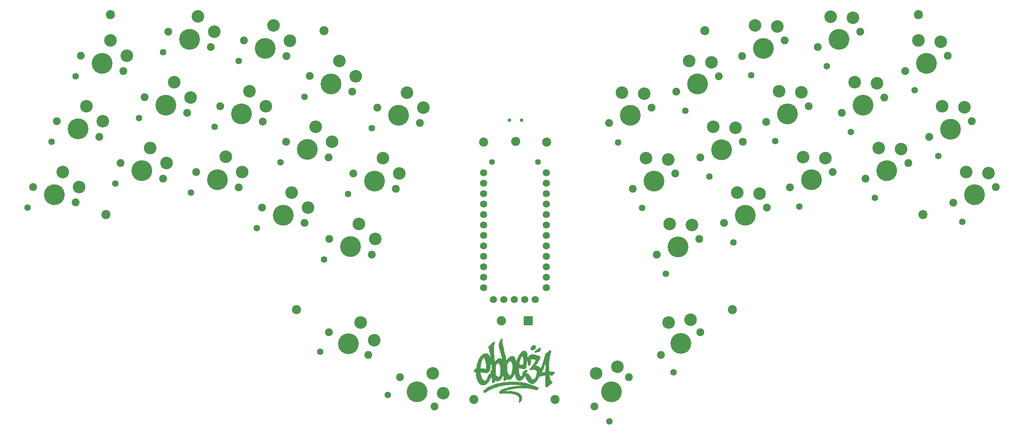
<source format=gbr>
%TF.GenerationSoftware,KiCad,Pcbnew,9.0.1*%
%TF.CreationDate,2025-06-13T01:36:29+02:00*%
%TF.ProjectId,ebbe34,65626265-3334-42e6-9b69-6361645f7063,rev?*%
%TF.SameCoordinates,Original*%
%TF.FileFunction,Soldermask,Top*%
%TF.FilePolarity,Negative*%
%FSLAX46Y46*%
G04 Gerber Fmt 4.6, Leading zero omitted, Abs format (unit mm)*
G04 Created by KiCad (PCBNEW 9.0.1) date 2025-06-13 01:36:29*
%MOMM*%
%LPD*%
G01*
G04 APERTURE LIST*
%ADD10C,0.000000*%
%ADD11C,1.397000*%
%ADD12C,2.200000*%
%ADD13C,1.900000*%
%ADD14C,1.600000*%
%ADD15C,3.050000*%
%ADD16C,5.050000*%
%ADD17R,2.250000X2.250000*%
%ADD18C,2.250000*%
%ADD19C,1.752600*%
%ADD20C,0.850000*%
G04 APERTURE END LIST*
D10*
G36*
X154365691Y-141883538D02*
G01*
X154373368Y-141883856D01*
X154380885Y-141884483D01*
X154388250Y-141885420D01*
X154395473Y-141886666D01*
X154402562Y-141888224D01*
X154409527Y-141890093D01*
X154416375Y-141892274D01*
X154423116Y-141894769D01*
X154429760Y-141897577D01*
X154436314Y-141900700D01*
X154442788Y-141904139D01*
X154449191Y-141907894D01*
X154455531Y-141911966D01*
X154461818Y-141916356D01*
X154468060Y-141921064D01*
X154474267Y-141926092D01*
X154480446Y-141931439D01*
X154492762Y-141943099D01*
X154499032Y-141949588D01*
X154505122Y-141956320D01*
X154511002Y-141963237D01*
X154516640Y-141970285D01*
X154522004Y-141977407D01*
X154527066Y-141984548D01*
X154531792Y-141991651D01*
X154536152Y-141998662D01*
X154540116Y-142005523D01*
X154543652Y-142012181D01*
X154546728Y-142018577D01*
X154549315Y-142024657D01*
X154551381Y-142030366D01*
X154552896Y-142035646D01*
X154553827Y-142040443D01*
X154554064Y-142042642D01*
X154554144Y-142044700D01*
X154552075Y-142071679D01*
X154546128Y-142106645D01*
X154536689Y-142148507D01*
X154524147Y-142196173D01*
X154491302Y-142304553D01*
X154450692Y-142423053D01*
X154405419Y-142542942D01*
X154358584Y-142655489D01*
X154335549Y-142706281D01*
X154313286Y-142751963D01*
X154292183Y-142791444D01*
X154272627Y-142823633D01*
X154263514Y-142837175D01*
X154254051Y-142850020D01*
X154244256Y-142862162D01*
X154234151Y-142873597D01*
X154223755Y-142884323D01*
X154213091Y-142894335D01*
X154202178Y-142903629D01*
X154191036Y-142912202D01*
X154179687Y-142920049D01*
X154168150Y-142927166D01*
X154156447Y-142933550D01*
X154144597Y-142939197D01*
X154132622Y-142944103D01*
X154120543Y-142948265D01*
X154108378Y-142951677D01*
X154096150Y-142954337D01*
X154083878Y-142956240D01*
X154071583Y-142957382D01*
X154059286Y-142957761D01*
X154047007Y-142957371D01*
X154034767Y-142956209D01*
X154022587Y-142954271D01*
X154010486Y-142951554D01*
X153998485Y-142948053D01*
X153986606Y-142943764D01*
X153974867Y-142938684D01*
X153963291Y-142932808D01*
X153951898Y-142926134D01*
X153940707Y-142918656D01*
X153929741Y-142910372D01*
X153919018Y-142901276D01*
X153908560Y-142891366D01*
X153840827Y-142823633D01*
X153705360Y-142912533D01*
X153658031Y-142943261D01*
X153611384Y-142971130D01*
X153565555Y-142996109D01*
X153520682Y-143018167D01*
X153476899Y-143037274D01*
X153434345Y-143053398D01*
X153393155Y-143066509D01*
X153353465Y-143076574D01*
X153315412Y-143083564D01*
X153297043Y-143085896D01*
X153279134Y-143087447D01*
X153261702Y-143088214D01*
X153244765Y-143088192D01*
X153228339Y-143087378D01*
X153212442Y-143085768D01*
X153197091Y-143083358D01*
X153182302Y-143080145D01*
X153168094Y-143076123D01*
X153154482Y-143071290D01*
X153141484Y-143065642D01*
X153129117Y-143059174D01*
X153117398Y-143051883D01*
X153106345Y-143043765D01*
X153092304Y-143032180D01*
X153079547Y-143020437D01*
X153068068Y-143008526D01*
X153057859Y-142996438D01*
X153048916Y-142984165D01*
X153041232Y-142971696D01*
X153037860Y-142965385D01*
X153034800Y-142959022D01*
X153032052Y-142952606D01*
X153029615Y-142946134D01*
X153027488Y-142939608D01*
X153025670Y-142933024D01*
X153024160Y-142926382D01*
X153022959Y-142919680D01*
X153022064Y-142912919D01*
X153021476Y-142906095D01*
X153021193Y-142899209D01*
X153021214Y-142892259D01*
X153021540Y-142885244D01*
X153022168Y-142878162D01*
X153024331Y-142863795D01*
X153027698Y-142849150D01*
X153032261Y-142834216D01*
X153038720Y-142821884D01*
X153050347Y-142806084D01*
X153087852Y-142765036D01*
X153142268Y-142712986D01*
X153211086Y-142651852D01*
X153381896Y-142509994D01*
X153580213Y-142354791D01*
X153785972Y-142201573D01*
X153979105Y-142065668D01*
X154064666Y-142008998D01*
X154139546Y-141962406D01*
X154201235Y-141927806D01*
X154247226Y-141907116D01*
X154268099Y-141900172D01*
X154287902Y-141894424D01*
X154306707Y-141889880D01*
X154324585Y-141886545D01*
X154333198Y-141885332D01*
X154341607Y-141884425D01*
X154349819Y-141883823D01*
X154357844Y-141883527D01*
X154365691Y-141883538D01*
G37*
G36*
X148098249Y-150143595D02*
G01*
X148220912Y-150146770D01*
X148511060Y-150157883D01*
X148845862Y-150176036D01*
X149166996Y-150200712D01*
X149478257Y-150232483D01*
X149783442Y-150271918D01*
X150086344Y-150319589D01*
X150390760Y-150376065D01*
X150700483Y-150441917D01*
X151019310Y-150517716D01*
X151285159Y-150586682D01*
X151547882Y-150660260D01*
X151807727Y-150738503D01*
X152064944Y-150821458D01*
X152319779Y-150909175D01*
X152572481Y-151001705D01*
X152823298Y-151099096D01*
X153072477Y-151201399D01*
X153233906Y-151267876D01*
X153400296Y-151334749D01*
X153552001Y-151393686D01*
X153616208Y-151417573D01*
X153669377Y-151436350D01*
X153715454Y-151452927D01*
X153757008Y-151468658D01*
X153794276Y-151483737D01*
X153827498Y-151498361D01*
X153842667Y-151505563D01*
X153856913Y-151512724D01*
X153870268Y-151519869D01*
X153882759Y-151527022D01*
X153894419Y-151534208D01*
X153905275Y-151541451D01*
X153915359Y-151548775D01*
X153924700Y-151556205D01*
X153933328Y-151563765D01*
X153941272Y-151571480D01*
X153948563Y-151579374D01*
X153955231Y-151587471D01*
X153961304Y-151595797D01*
X153966814Y-151604374D01*
X153971790Y-151613229D01*
X153976261Y-151622384D01*
X153980258Y-151631865D01*
X153983811Y-151641696D01*
X153986949Y-151651902D01*
X153989701Y-151662506D01*
X153992099Y-151673533D01*
X153994172Y-151685008D01*
X153997461Y-151709399D01*
X153999375Y-151731247D01*
X153999574Y-151753117D01*
X153998080Y-151774981D01*
X153994915Y-151796811D01*
X153990100Y-151818578D01*
X153983657Y-151840256D01*
X153975609Y-151861816D01*
X153965976Y-151883230D01*
X153954780Y-151904471D01*
X153942043Y-151925510D01*
X153927787Y-151946320D01*
X153912033Y-151966872D01*
X153894804Y-151987139D01*
X153876120Y-152007092D01*
X153856004Y-152026705D01*
X153834477Y-152045949D01*
X153807369Y-152067598D01*
X153778547Y-152087282D01*
X153748180Y-152104968D01*
X153716440Y-152120628D01*
X153683497Y-152134228D01*
X153649521Y-152145738D01*
X153614683Y-152155128D01*
X153579154Y-152162365D01*
X153543104Y-152167420D01*
X153506704Y-152170262D01*
X153470124Y-152170858D01*
X153433534Y-152169178D01*
X153397106Y-152165192D01*
X153361009Y-152158868D01*
X153325415Y-152150175D01*
X153290494Y-152139082D01*
X153171497Y-152103149D01*
X153010829Y-152063147D01*
X152817220Y-152020764D01*
X152599402Y-151977687D01*
X152366106Y-151935601D01*
X152126063Y-151896195D01*
X151888004Y-151861154D01*
X151660660Y-151832166D01*
X151296098Y-151795161D01*
X150915859Y-151768302D01*
X150525698Y-151751612D01*
X150131369Y-151745118D01*
X149738628Y-151748842D01*
X149353230Y-151762812D01*
X148980927Y-151787050D01*
X148627477Y-151821582D01*
X148260591Y-151867231D01*
X147904173Y-151920074D01*
X147557775Y-151980159D01*
X147220953Y-152047537D01*
X146893258Y-152122257D01*
X146574245Y-152204368D01*
X146263466Y-152293922D01*
X145960477Y-152390966D01*
X145738227Y-152465049D01*
X145913911Y-152454466D01*
X146072541Y-152447389D01*
X146270933Y-152443486D01*
X146495271Y-152442560D01*
X146731738Y-152444412D01*
X146966519Y-152448844D01*
X147185796Y-152455657D01*
X147375755Y-152464653D01*
X147522578Y-152475633D01*
X147730088Y-152498580D01*
X147925857Y-152524668D01*
X148110295Y-152554061D01*
X148283817Y-152586923D01*
X148446834Y-152623420D01*
X148599758Y-152663714D01*
X148743003Y-152707971D01*
X148876980Y-152756355D01*
X149002101Y-152809031D01*
X149118780Y-152866162D01*
X149227428Y-152927912D01*
X149278869Y-152960572D01*
X149328458Y-152994447D01*
X149376245Y-153029560D01*
X149422282Y-153065931D01*
X149466621Y-153103580D01*
X149509313Y-153142527D01*
X149550410Y-153182794D01*
X149589963Y-153224401D01*
X149664644Y-153311716D01*
X149689960Y-153343746D01*
X149713584Y-153374877D01*
X149735607Y-153405301D01*
X149756124Y-153435211D01*
X149775227Y-153464797D01*
X149793008Y-153494254D01*
X149809562Y-153523773D01*
X149824982Y-153553545D01*
X149839359Y-153583765D01*
X149852788Y-153614623D01*
X149865361Y-153646312D01*
X149877171Y-153679024D01*
X149888311Y-153712952D01*
X149898875Y-153748287D01*
X149908955Y-153785222D01*
X149918644Y-153823949D01*
X149937766Y-153914568D01*
X149951465Y-154003097D01*
X149959725Y-154089580D01*
X149962532Y-154174059D01*
X149959869Y-154256579D01*
X149951721Y-154337183D01*
X149938073Y-154415914D01*
X149918909Y-154492816D01*
X149894213Y-154567932D01*
X149863970Y-154641305D01*
X149828165Y-154712979D01*
X149786782Y-154782998D01*
X149739806Y-154851404D01*
X149687220Y-154918241D01*
X149629010Y-154983553D01*
X149565160Y-155047383D01*
X149531452Y-155079544D01*
X149500085Y-155108617D01*
X149470920Y-155134689D01*
X149443816Y-155157846D01*
X149418635Y-155178176D01*
X149395236Y-155195764D01*
X149384162Y-155203558D01*
X149373481Y-155210699D01*
X149363176Y-155217198D01*
X149353229Y-155223066D01*
X149343624Y-155228314D01*
X149334342Y-155232953D01*
X149325367Y-155236993D01*
X149316680Y-155240446D01*
X149308264Y-155243322D01*
X149300102Y-155245632D01*
X149292177Y-155247387D01*
X149284471Y-155248598D01*
X149276966Y-155249276D01*
X149269646Y-155249431D01*
X149262492Y-155249075D01*
X149255487Y-155248218D01*
X149248614Y-155246871D01*
X149241855Y-155245045D01*
X149235193Y-155242751D01*
X149228611Y-155239999D01*
X149217077Y-155234073D01*
X149207085Y-155227217D01*
X149198636Y-155219145D01*
X149191734Y-155209573D01*
X149186383Y-155198214D01*
X149182585Y-155184785D01*
X149180344Y-155168998D01*
X149179662Y-155150571D01*
X149180543Y-155129216D01*
X149182990Y-155104649D01*
X149187006Y-155076584D01*
X149192594Y-155044737D01*
X149208498Y-154968553D01*
X149230727Y-154873816D01*
X149255835Y-154763557D01*
X149276310Y-154660979D01*
X149292035Y-154565477D01*
X149302892Y-154476445D01*
X149306459Y-154434167D01*
X149308764Y-154393280D01*
X149309793Y-154353708D01*
X149309532Y-154315376D01*
X149307965Y-154278208D01*
X149305078Y-154242129D01*
X149300857Y-154207063D01*
X149295286Y-154172935D01*
X149288351Y-154139669D01*
X149280036Y-154107189D01*
X149270328Y-154075420D01*
X149259212Y-154044286D01*
X149246672Y-154013711D01*
X149232695Y-153983621D01*
X149217264Y-153953939D01*
X149200367Y-153924591D01*
X149181987Y-153895499D01*
X149162111Y-153866589D01*
X149140723Y-153837786D01*
X149117809Y-153809013D01*
X149067343Y-153751257D01*
X149010595Y-153692716D01*
X148961316Y-153645965D01*
X148910148Y-153601679D01*
X148856841Y-153559743D01*
X148801144Y-153520042D01*
X148742805Y-153482463D01*
X148681573Y-153446889D01*
X148617197Y-153413207D01*
X148549426Y-153381301D01*
X148478008Y-153351058D01*
X148402693Y-153322361D01*
X148323230Y-153295097D01*
X148239367Y-153269151D01*
X148150852Y-153244408D01*
X148057436Y-153220753D01*
X147958867Y-153198071D01*
X147854894Y-153176248D01*
X147608215Y-153132650D01*
X147341966Y-153095750D01*
X147061975Y-153065893D01*
X146774071Y-153043428D01*
X146484084Y-153028703D01*
X146197842Y-153022064D01*
X145921175Y-153023858D01*
X145659911Y-153034433D01*
X145364628Y-153052487D01*
X145243537Y-153059571D01*
X145138351Y-153065356D01*
X145047726Y-153069839D01*
X144970316Y-153073016D01*
X144904775Y-153074885D01*
X144876034Y-153075328D01*
X144849757Y-153075443D01*
X144825773Y-153075229D01*
X144803916Y-153074686D01*
X144784017Y-153073813D01*
X144765908Y-153072611D01*
X144749421Y-153071078D01*
X144734387Y-153069215D01*
X144720638Y-153067021D01*
X144708006Y-153064496D01*
X144696323Y-153061638D01*
X144685420Y-153058449D01*
X144675130Y-153054927D01*
X144665284Y-153051072D01*
X144655714Y-153046884D01*
X144646251Y-153042362D01*
X144626977Y-153032316D01*
X144610837Y-153023403D01*
X144595363Y-153013752D01*
X144580564Y-153003391D01*
X144566450Y-152992351D01*
X144553028Y-152980662D01*
X144540308Y-152968352D01*
X144528299Y-152955453D01*
X144517010Y-152941994D01*
X144506449Y-152928004D01*
X144496626Y-152913515D01*
X144487549Y-152898554D01*
X144479228Y-152883153D01*
X144471671Y-152867341D01*
X144464887Y-152851148D01*
X144458886Y-152834604D01*
X144453675Y-152817739D01*
X144449265Y-152800582D01*
X144445663Y-152783164D01*
X144442879Y-152765514D01*
X144440922Y-152747662D01*
X144439800Y-152729638D01*
X144439523Y-152711471D01*
X144440099Y-152693192D01*
X144441538Y-152674831D01*
X144443848Y-152656417D01*
X144447038Y-152637980D01*
X144451117Y-152619550D01*
X144456094Y-152601157D01*
X144461978Y-152582831D01*
X144468778Y-152564601D01*
X144476503Y-152546497D01*
X144485161Y-152528550D01*
X144499996Y-152501667D01*
X144517618Y-152474921D01*
X144538186Y-152448200D01*
X144561857Y-152421393D01*
X144588790Y-152394387D01*
X144619143Y-152367071D01*
X144653075Y-152339333D01*
X144690742Y-152311062D01*
X144732304Y-152282146D01*
X144777918Y-152252473D01*
X144827743Y-152221932D01*
X144881936Y-152190412D01*
X144940657Y-152157800D01*
X145004062Y-152123985D01*
X145145560Y-152052300D01*
X145321645Y-151967831D01*
X145491801Y-151892491D01*
X145661808Y-151824294D01*
X145837446Y-151761257D01*
X146024494Y-151701396D01*
X146228732Y-151642724D01*
X146455938Y-151583259D01*
X146711893Y-151521016D01*
X146986068Y-151457872D01*
X147247543Y-151401623D01*
X147497706Y-151352021D01*
X147737948Y-151308820D01*
X147969657Y-151271770D01*
X148194222Y-151240623D01*
X148413032Y-151215132D01*
X148627477Y-151195049D01*
X148768310Y-151187132D01*
X148967930Y-151180927D01*
X149454036Y-151174147D01*
X149906804Y-151175701D01*
X150064751Y-151179914D01*
X150147243Y-151186582D01*
X150154412Y-151188045D01*
X150160836Y-151189257D01*
X150166517Y-151190215D01*
X150171453Y-151190915D01*
X150175645Y-151191355D01*
X150177462Y-151191476D01*
X150179093Y-151191531D01*
X150180538Y-151191519D01*
X150181797Y-151191441D01*
X150182870Y-151191295D01*
X150183756Y-151191081D01*
X150184457Y-151190798D01*
X150184972Y-151190448D01*
X150185160Y-151190246D01*
X150185301Y-151190028D01*
X150185395Y-151189792D01*
X150185443Y-151189538D01*
X150185400Y-151188979D01*
X150185170Y-151188350D01*
X150184755Y-151187651D01*
X150184153Y-151186880D01*
X150183366Y-151186038D01*
X150182392Y-151185124D01*
X150181233Y-151184139D01*
X150179887Y-151183080D01*
X150178355Y-151181949D01*
X150176637Y-151180745D01*
X150172643Y-151178115D01*
X150150397Y-151166995D01*
X150118197Y-151155133D01*
X150026395Y-151129597D01*
X149902149Y-151102325D01*
X149750369Y-151074134D01*
X149575968Y-151045844D01*
X149383855Y-151018274D01*
X149178944Y-150992242D01*
X148966144Y-150968566D01*
X148757268Y-150953700D01*
X148484570Y-150942504D01*
X148169356Y-150935079D01*
X147832934Y-150931524D01*
X147496611Y-150931938D01*
X147181695Y-150936419D01*
X146909493Y-150945068D01*
X146701311Y-150957982D01*
X146122481Y-151019287D01*
X145576667Y-151094408D01*
X145314675Y-151137498D01*
X145059179Y-151184461D01*
X144809593Y-151235437D01*
X144565330Y-151290563D01*
X144325805Y-151349982D01*
X144090432Y-151413830D01*
X143858624Y-151482249D01*
X143629796Y-151555378D01*
X143403362Y-151633356D01*
X143178735Y-151716323D01*
X142955330Y-151804418D01*
X142732561Y-151897781D01*
X142556960Y-151974941D01*
X142390984Y-152052299D01*
X142230564Y-152132038D01*
X142071632Y-152216341D01*
X141910120Y-152307390D01*
X141741961Y-152407370D01*
X141563086Y-152518462D01*
X141369427Y-152642849D01*
X141263850Y-152710897D01*
X141220274Y-152738639D01*
X141182036Y-152762573D01*
X141148537Y-152782985D01*
X141119173Y-152800161D01*
X141093344Y-152814384D01*
X141081567Y-152820478D01*
X141070448Y-152825941D01*
X141059912Y-152830809D01*
X141049884Y-152835117D01*
X141040289Y-152838901D01*
X141031050Y-152842196D01*
X141022094Y-152845039D01*
X141013345Y-152847465D01*
X141004727Y-152849510D01*
X140996167Y-152851209D01*
X140987587Y-152852598D01*
X140978914Y-152853712D01*
X140960985Y-152855260D01*
X140941779Y-152856139D01*
X140920694Y-152856632D01*
X140901881Y-152856274D01*
X140883547Y-152855205D01*
X140865700Y-152853432D01*
X140848347Y-152850964D01*
X140831497Y-152847810D01*
X140815156Y-152843977D01*
X140799334Y-152839474D01*
X140784037Y-152834308D01*
X140769273Y-152828488D01*
X140755050Y-152822022D01*
X140741377Y-152814918D01*
X140728259Y-152807184D01*
X140715706Y-152798828D01*
X140703725Y-152789859D01*
X140692324Y-152780285D01*
X140681511Y-152770113D01*
X140671293Y-152759352D01*
X140661677Y-152748011D01*
X140652673Y-152736096D01*
X140644287Y-152723617D01*
X140636528Y-152710581D01*
X140629402Y-152696997D01*
X140622919Y-152682872D01*
X140617085Y-152668215D01*
X140611908Y-152653035D01*
X140607396Y-152637338D01*
X140603558Y-152621134D01*
X140600399Y-152604430D01*
X140597930Y-152587235D01*
X140596156Y-152569556D01*
X140595086Y-152551403D01*
X140594727Y-152532782D01*
X140596465Y-152497622D01*
X140601090Y-152463337D01*
X140608908Y-152429560D01*
X140620227Y-152395926D01*
X140635353Y-152362069D01*
X140654594Y-152327622D01*
X140678256Y-152292221D01*
X140706646Y-152255499D01*
X140740072Y-152217090D01*
X140778840Y-152176628D01*
X140823258Y-152133748D01*
X140873631Y-152088084D01*
X140930268Y-152039269D01*
X140993475Y-151986939D01*
X141063559Y-151930726D01*
X141140827Y-151870266D01*
X141251452Y-151787864D01*
X141370982Y-151705157D01*
X141498796Y-151622439D01*
X141634275Y-151539999D01*
X141776799Y-151458130D01*
X141925747Y-151377124D01*
X142240436Y-151218861D01*
X142573381Y-151067544D01*
X142919621Y-150925505D01*
X143274196Y-150795073D01*
X143632144Y-150678582D01*
X144006596Y-150575630D01*
X144415972Y-150482824D01*
X144858488Y-150400386D01*
X145332357Y-150328539D01*
X145835793Y-150267507D01*
X146367010Y-150217513D01*
X146924222Y-150178780D01*
X147505644Y-150151532D01*
X147758883Y-150143595D01*
X147872319Y-150142008D01*
X147983746Y-150142008D01*
X148098249Y-150143595D01*
G37*
G36*
X152934894Y-141250950D02*
G01*
X152985210Y-141253422D01*
X153006782Y-141254828D01*
X153026274Y-141256439D01*
X153043918Y-141258324D01*
X153059946Y-141260549D01*
X153074592Y-141263183D01*
X153088087Y-141266295D01*
X153100665Y-141269953D01*
X153106682Y-141272007D01*
X153112557Y-141274224D01*
X153123997Y-141279178D01*
X153135216Y-141284882D01*
X153146448Y-141291404D01*
X153157925Y-141298814D01*
X153169880Y-141307178D01*
X153182544Y-141316566D01*
X153200333Y-141331233D01*
X153217895Y-141348080D01*
X153235103Y-141366856D01*
X153251832Y-141387309D01*
X153267952Y-141409188D01*
X153283338Y-141432243D01*
X153297861Y-141456221D01*
X153311396Y-141480872D01*
X153323814Y-141505945D01*
X153334989Y-141531188D01*
X153344794Y-141556351D01*
X153353101Y-141581182D01*
X153359783Y-141605430D01*
X153364714Y-141628844D01*
X153367765Y-141651173D01*
X153368811Y-141672165D01*
X153368007Y-141694272D01*
X153365656Y-141718348D01*
X153361848Y-141744128D01*
X153356673Y-141771351D01*
X153350220Y-141799752D01*
X153342580Y-141829068D01*
X153333842Y-141859034D01*
X153324096Y-141889389D01*
X153313433Y-141919867D01*
X153301941Y-141950206D01*
X153289712Y-141980141D01*
X153276835Y-142009411D01*
X153263399Y-142037749D01*
X153249496Y-142064895D01*
X153235214Y-142090582D01*
X153220644Y-142114549D01*
X153190711Y-142158022D01*
X153157495Y-142200196D01*
X153121334Y-142240862D01*
X153082564Y-142279814D01*
X153041526Y-142316844D01*
X152998555Y-142351744D01*
X152953991Y-142384306D01*
X152908171Y-142414322D01*
X152861433Y-142441585D01*
X152814116Y-142465887D01*
X152766557Y-142487020D01*
X152719093Y-142504777D01*
X152672064Y-142518949D01*
X152625807Y-142529329D01*
X152580660Y-142535710D01*
X152536961Y-142537883D01*
X152518180Y-142537519D01*
X152499554Y-142536435D01*
X152481098Y-142534644D01*
X152462832Y-142532157D01*
X152444772Y-142528986D01*
X152426935Y-142525144D01*
X152409339Y-142520642D01*
X152392002Y-142515492D01*
X152374941Y-142509707D01*
X152358173Y-142503298D01*
X152341716Y-142496278D01*
X152325587Y-142488657D01*
X152309804Y-142480450D01*
X152294385Y-142471667D01*
X152279345Y-142462320D01*
X152264704Y-142452422D01*
X152250479Y-142441984D01*
X152236686Y-142431019D01*
X152223343Y-142419538D01*
X152210469Y-142407554D01*
X152198079Y-142395079D01*
X152186193Y-142382124D01*
X152174826Y-142368701D01*
X152163997Y-142354823D01*
X152153723Y-142340502D01*
X152144022Y-142325750D01*
X152134910Y-142310578D01*
X152126406Y-142294999D01*
X152118526Y-142279024D01*
X152111289Y-142262666D01*
X152104711Y-142245937D01*
X152098810Y-142228849D01*
X152093110Y-142210126D01*
X152088305Y-142190890D01*
X152081344Y-142151003D01*
X152077849Y-142109442D01*
X152077743Y-142066461D01*
X152080949Y-142022313D01*
X152087388Y-141977255D01*
X152096984Y-141931539D01*
X152109659Y-141885420D01*
X152125335Y-141839152D01*
X152143935Y-141792989D01*
X152165381Y-141747186D01*
X152189596Y-141701997D01*
X152216502Y-141657677D01*
X152246023Y-141614478D01*
X152278079Y-141572657D01*
X152312594Y-141532466D01*
X152334075Y-141509803D01*
X152354957Y-141488578D01*
X152375386Y-141468693D01*
X152395508Y-141450048D01*
X152415469Y-141432544D01*
X152435415Y-141416082D01*
X152455491Y-141400563D01*
X152475842Y-141385886D01*
X152496616Y-141371954D01*
X152517956Y-141358667D01*
X152540010Y-141345926D01*
X152562923Y-141333631D01*
X152586840Y-141321683D01*
X152611908Y-141309984D01*
X152638271Y-141298433D01*
X152666077Y-141286932D01*
X152679909Y-141281621D01*
X152693689Y-141276791D01*
X152707512Y-141272426D01*
X152721474Y-141268511D01*
X152735672Y-141265029D01*
X152750202Y-141261966D01*
X152765160Y-141259307D01*
X152780642Y-141257034D01*
X152796743Y-141255134D01*
X152813562Y-141253591D01*
X152849731Y-141251511D01*
X152889919Y-141250672D01*
X152934894Y-141250950D01*
G37*
G36*
X145112223Y-139682234D02*
G01*
X145120612Y-139682665D01*
X145128905Y-139683463D01*
X145137095Y-139684627D01*
X145145172Y-139686158D01*
X145153128Y-139688056D01*
X145160955Y-139690322D01*
X145168644Y-139692957D01*
X145176186Y-139695960D01*
X145183573Y-139699332D01*
X145190797Y-139703073D01*
X145197849Y-139707184D01*
X145204720Y-139711665D01*
X145211402Y-139716517D01*
X145217886Y-139721740D01*
X145224164Y-139727334D01*
X145230227Y-139733299D01*
X145240676Y-139743684D01*
X145249823Y-139753573D01*
X145257705Y-139763214D01*
X145264359Y-139772854D01*
X145269822Y-139782743D01*
X145274132Y-139793128D01*
X145277326Y-139804257D01*
X145279440Y-139816378D01*
X145280513Y-139829740D01*
X145280581Y-139844589D01*
X145279682Y-139861175D01*
X145277852Y-139879746D01*
X145275130Y-139900548D01*
X145271552Y-139923832D01*
X145261977Y-139978832D01*
X145246701Y-140064636D01*
X145234229Y-140151307D01*
X145224584Y-140237533D01*
X145217792Y-140321997D01*
X145213877Y-140403385D01*
X145212864Y-140480383D01*
X145214778Y-140551676D01*
X145216840Y-140584772D01*
X145219644Y-140615950D01*
X145226482Y-140660478D01*
X145238628Y-140725321D01*
X145276265Y-140903551D01*
X145327395Y-141125834D01*
X145386861Y-141367366D01*
X145539426Y-141985102D01*
X145680284Y-142583391D01*
X145834239Y-143270580D01*
X146026095Y-144155015D01*
X146147273Y-144709318D01*
X146185637Y-144879809D01*
X146196833Y-144927017D01*
X146201777Y-144944533D01*
X146202365Y-144944671D01*
X146203327Y-144944301D01*
X146206333Y-144942081D01*
X146216396Y-144932064D01*
X146231320Y-144915250D01*
X146250461Y-144892409D01*
X146273174Y-144864309D01*
X146298813Y-144831720D01*
X146326735Y-144795410D01*
X146356294Y-144756149D01*
X146431672Y-144658146D01*
X146467260Y-144613321D01*
X146501716Y-144571007D01*
X146535242Y-144531000D01*
X146568040Y-144493095D01*
X146600310Y-144457088D01*
X146632255Y-144422774D01*
X146664076Y-144389948D01*
X146695974Y-144358406D01*
X146728151Y-144327942D01*
X146760809Y-144298354D01*
X146794149Y-144269434D01*
X146828373Y-144240980D01*
X146863682Y-144212787D01*
X146900278Y-144184649D01*
X146936506Y-144157605D01*
X146972216Y-144132005D01*
X147007485Y-144107807D01*
X147042392Y-144084967D01*
X147077014Y-144063442D01*
X147111428Y-144043188D01*
X147145711Y-144024162D01*
X147179942Y-144006320D01*
X147214198Y-143989619D01*
X147248556Y-143974016D01*
X147283094Y-143959467D01*
X147317889Y-143945929D01*
X147353019Y-143933358D01*
X147388562Y-143921711D01*
X147424594Y-143910945D01*
X147461194Y-143901015D01*
X147490874Y-143894071D01*
X147519642Y-143888324D01*
X147547579Y-143883779D01*
X147574766Y-143880444D01*
X147601284Y-143878325D01*
X147627212Y-143877427D01*
X147652631Y-143877756D01*
X147677623Y-143879320D01*
X147702268Y-143882124D01*
X147726646Y-143886174D01*
X147750838Y-143891477D01*
X147774924Y-143898039D01*
X147798986Y-143905866D01*
X147823103Y-143914964D01*
X147847357Y-143925340D01*
X147871828Y-143936999D01*
X147929151Y-143968624D01*
X147984437Y-144004757D01*
X148037683Y-144045392D01*
X148088885Y-144090524D01*
X148138041Y-144140144D01*
X148185148Y-144194249D01*
X148230202Y-144252830D01*
X148273201Y-144315882D01*
X148314140Y-144383400D01*
X148353018Y-144455376D01*
X148389831Y-144531804D01*
X148424575Y-144612679D01*
X148457249Y-144697993D01*
X148487848Y-144787742D01*
X148516370Y-144881918D01*
X148542811Y-144980515D01*
X148602076Y-145211232D01*
X148680393Y-144969932D01*
X148756495Y-144751747D01*
X148836969Y-144541183D01*
X148921524Y-144338668D01*
X149009867Y-144144631D01*
X149101707Y-143959498D01*
X149196754Y-143783698D01*
X149294715Y-143617658D01*
X149395299Y-143461807D01*
X149498215Y-143316573D01*
X149603170Y-143182383D01*
X149709875Y-143059664D01*
X149818037Y-142948846D01*
X149872573Y-142898034D01*
X149927365Y-142850356D01*
X149982375Y-142805868D01*
X150037567Y-142764622D01*
X150092905Y-142726672D01*
X150148352Y-142692072D01*
X150203872Y-142660874D01*
X150259428Y-142633133D01*
X150281076Y-142623681D01*
X150303133Y-142615165D01*
X150325560Y-142607579D01*
X150348320Y-142600915D01*
X150394685Y-142590331D01*
X150441924Y-142583358D01*
X150489734Y-142579945D01*
X150537811Y-142580038D01*
X150585850Y-142583586D01*
X150633548Y-142590534D01*
X150680602Y-142600832D01*
X150726706Y-142614425D01*
X150771558Y-142631262D01*
X150814854Y-142651289D01*
X150856289Y-142674454D01*
X150876214Y-142687197D01*
X150895560Y-142700704D01*
X150914289Y-142714970D01*
X150932363Y-142729987D01*
X150949744Y-142745749D01*
X150966394Y-142762249D01*
X150985794Y-142783317D01*
X151005804Y-142807464D01*
X151026292Y-142834445D01*
X151047125Y-142864014D01*
X151068168Y-142895928D01*
X151089289Y-142929941D01*
X151110354Y-142965808D01*
X151131230Y-143003284D01*
X151171881Y-143082085D01*
X151210175Y-143164383D01*
X151228105Y-143206231D01*
X151245046Y-143248218D01*
X151260865Y-143290101D01*
X151275428Y-143331633D01*
X151290980Y-143378472D01*
X151303010Y-143421789D01*
X151307844Y-143443445D01*
X151311965Y-143465801D01*
X151315428Y-143489385D01*
X151318290Y-143514724D01*
X151322432Y-143572776D01*
X151324838Y-143644172D01*
X151325954Y-143733130D01*
X151326227Y-143843866D01*
X151326227Y-144205816D01*
X151569644Y-143970866D01*
X151617797Y-143924368D01*
X151663265Y-143881557D01*
X151706389Y-143842200D01*
X151747510Y-143806064D01*
X151786969Y-143772917D01*
X151825107Y-143742527D01*
X151862266Y-143714660D01*
X151898786Y-143689085D01*
X151935008Y-143665568D01*
X151971273Y-143643878D01*
X152007923Y-143623782D01*
X152045299Y-143605046D01*
X152083741Y-143587440D01*
X152123590Y-143570729D01*
X152165189Y-143554682D01*
X152208877Y-143539066D01*
X152257598Y-143522835D01*
X152279287Y-143516174D01*
X152299795Y-143510425D01*
X152319571Y-143505543D01*
X152339065Y-143501487D01*
X152358726Y-143498211D01*
X152379004Y-143495674D01*
X152400349Y-143493831D01*
X152423210Y-143492640D01*
X152448037Y-143492056D01*
X152475279Y-143492036D01*
X152538808Y-143493516D01*
X152617394Y-143496732D01*
X152693205Y-143500523D01*
X152763113Y-143506026D01*
X152831335Y-143513959D01*
X152902086Y-143525043D01*
X152979584Y-143539996D01*
X153068046Y-143559538D01*
X153171688Y-143584388D01*
X153294727Y-143615265D01*
X153430778Y-143650624D01*
X153555152Y-143683825D01*
X153668425Y-143715092D01*
X153771176Y-143744647D01*
X153863979Y-143772713D01*
X153947413Y-143799515D01*
X154022053Y-143825274D01*
X154088477Y-143850216D01*
X154147261Y-143874561D01*
X154198982Y-143898535D01*
X154222374Y-143910452D01*
X154244216Y-143922360D01*
X154264581Y-143934287D01*
X154283541Y-143946259D01*
X154301167Y-143958307D01*
X154317533Y-143970456D01*
X154332709Y-143982736D01*
X154346768Y-143995174D01*
X154359782Y-144007798D01*
X154371824Y-144020636D01*
X154382965Y-144033716D01*
X154393277Y-144047066D01*
X154399706Y-144056146D01*
X154405518Y-144065235D01*
X154410741Y-144074492D01*
X154415403Y-144084074D01*
X154419531Y-144094140D01*
X154423154Y-144104848D01*
X154426300Y-144116356D01*
X154428996Y-144128822D01*
X154431270Y-144142404D01*
X154433151Y-144157260D01*
X154434666Y-144173549D01*
X154435842Y-144191429D01*
X154437293Y-144232592D01*
X154437727Y-144282015D01*
X154437430Y-144339294D01*
X154436723Y-144363708D01*
X154435346Y-144386228D01*
X154433077Y-144407545D01*
X154429691Y-144428351D01*
X154424965Y-144449336D01*
X154418677Y-144471193D01*
X154410603Y-144494612D01*
X154400520Y-144520285D01*
X154388205Y-144548904D01*
X154373433Y-144581160D01*
X154335631Y-144659349D01*
X154285327Y-144760382D01*
X154195634Y-144936310D01*
X154149968Y-145020836D01*
X154103559Y-145103382D01*
X154056256Y-145184178D01*
X154007912Y-145263459D01*
X153958377Y-145341456D01*
X153907503Y-145418401D01*
X153855140Y-145494529D01*
X153801140Y-145570070D01*
X153745354Y-145645257D01*
X153687634Y-145720324D01*
X153565793Y-145871025D01*
X153434428Y-146024033D01*
X153260861Y-146220882D01*
X153394210Y-146220882D01*
X153448141Y-146223529D01*
X153504877Y-146230544D01*
X153564001Y-146241732D01*
X153625093Y-146256899D01*
X153687736Y-146275848D01*
X153751510Y-146298384D01*
X153815998Y-146324313D01*
X153880780Y-146353438D01*
X153945438Y-146385565D01*
X154009553Y-146420498D01*
X154072707Y-146458041D01*
X154134482Y-146498000D01*
X154194458Y-146540179D01*
X154252217Y-146584382D01*
X154307340Y-146630415D01*
X154359410Y-146678082D01*
X154513929Y-146828366D01*
X154575311Y-146709832D01*
X154621307Y-146613677D01*
X154672611Y-146498992D01*
X154727785Y-146369276D01*
X154785390Y-146228026D01*
X154843987Y-146078739D01*
X154902137Y-145924913D01*
X154958402Y-145770045D01*
X155011344Y-145617633D01*
X155108690Y-145326174D01*
X155206309Y-145020303D01*
X155300703Y-144712200D01*
X155388375Y-144414043D01*
X155465827Y-144138012D01*
X155529563Y-143896287D01*
X155576084Y-143701045D01*
X155601894Y-143564466D01*
X155604348Y-143547736D01*
X155607041Y-143532323D01*
X155610112Y-143518008D01*
X155613701Y-143504571D01*
X155617947Y-143491791D01*
X155622990Y-143479448D01*
X155628970Y-143467322D01*
X155636025Y-143455193D01*
X155644296Y-143442841D01*
X155653922Y-143430045D01*
X155665042Y-143416586D01*
X155677796Y-143402243D01*
X155692324Y-143386797D01*
X155708765Y-143370026D01*
X155747944Y-143331633D01*
X155846609Y-143238917D01*
X155970525Y-143128466D01*
X156109224Y-143008936D01*
X156252240Y-142888984D01*
X156389104Y-142777268D01*
X156509348Y-142682444D01*
X156602506Y-142613168D01*
X156635657Y-142590817D01*
X156658110Y-142578098D01*
X156673915Y-142571277D01*
X156689574Y-142565097D01*
X156705076Y-142559557D01*
X156720411Y-142554654D01*
X156735570Y-142550385D01*
X156750542Y-142546747D01*
X156765317Y-142543738D01*
X156779885Y-142541355D01*
X156794236Y-142539595D01*
X156808360Y-142538455D01*
X156822246Y-142537933D01*
X156835885Y-142538027D01*
X156849267Y-142538733D01*
X156862382Y-142540048D01*
X156875219Y-142541970D01*
X156887769Y-142544497D01*
X156900020Y-142547625D01*
X156911964Y-142551352D01*
X156923591Y-142555675D01*
X156934889Y-142560591D01*
X156945850Y-142566098D01*
X156956462Y-142572193D01*
X156966716Y-142578873D01*
X156976602Y-142586136D01*
X156986110Y-142593978D01*
X156995230Y-142602398D01*
X157003951Y-142611392D01*
X157012263Y-142620957D01*
X157020157Y-142631092D01*
X157027623Y-142641793D01*
X157034649Y-142653057D01*
X157041227Y-142664883D01*
X157049335Y-142681475D01*
X157056185Y-142698109D01*
X157061756Y-142715070D01*
X157066032Y-142732649D01*
X157068993Y-142751133D01*
X157070621Y-142770811D01*
X157070897Y-142791971D01*
X157069803Y-142814901D01*
X157067319Y-142839890D01*
X157063428Y-142867226D01*
X157058110Y-142897198D01*
X157051348Y-142930094D01*
X157033414Y-143005810D01*
X157009477Y-143096682D01*
X156931421Y-143400114D01*
X156863261Y-143690573D01*
X156803983Y-143974136D01*
X156752567Y-144256880D01*
X156707997Y-144544883D01*
X156669256Y-144844222D01*
X156635328Y-145160974D01*
X156605194Y-145501216D01*
X156597096Y-145672063D01*
X156590411Y-145948825D01*
X156582175Y-146662737D01*
X156582275Y-147328230D01*
X156586008Y-147544469D01*
X156592494Y-147630583D01*
X156605025Y-147632832D01*
X156637970Y-147636271D01*
X156756271Y-147645928D01*
X156929739Y-147657967D01*
X157140710Y-147670799D01*
X157250426Y-147677505D01*
X157355651Y-147684756D01*
X157453882Y-147692305D01*
X157542613Y-147699904D01*
X157619337Y-147707304D01*
X157681552Y-147714257D01*
X157726750Y-147720517D01*
X157742185Y-147723308D01*
X157752427Y-147725833D01*
X157768034Y-147731500D01*
X157783101Y-147737382D01*
X157797621Y-147743473D01*
X157811587Y-147749765D01*
X157824991Y-147756251D01*
X157837827Y-147762924D01*
X157850088Y-147769775D01*
X157861767Y-147776798D01*
X157872856Y-147783986D01*
X157883350Y-147791330D01*
X157893240Y-147798824D01*
X157902521Y-147806460D01*
X157911184Y-147814231D01*
X157919224Y-147822130D01*
X157926632Y-147830149D01*
X157933403Y-147838280D01*
X157939528Y-147846518D01*
X157945002Y-147854853D01*
X157949817Y-147863278D01*
X157953966Y-147871787D01*
X157957442Y-147880373D01*
X157960238Y-147889026D01*
X157962348Y-147897741D01*
X157963764Y-147906510D01*
X157964479Y-147915325D01*
X157964486Y-147924180D01*
X157963779Y-147933066D01*
X157962350Y-147941976D01*
X157960193Y-147950904D01*
X157957299Y-147959841D01*
X157953664Y-147968781D01*
X157949278Y-147977716D01*
X157944794Y-147984926D01*
X157937021Y-147995315D01*
X157912336Y-148024845D01*
X157876687Y-148064743D01*
X157831538Y-148113447D01*
X157778353Y-148169394D01*
X157718594Y-148231021D01*
X157653726Y-148296766D01*
X157585212Y-148365065D01*
X157248660Y-148699499D01*
X157062394Y-148646583D01*
X157015441Y-148633013D01*
X156971427Y-148620877D01*
X156930365Y-148610166D01*
X156892267Y-148600876D01*
X156857145Y-148592999D01*
X156825013Y-148586530D01*
X156795882Y-148581463D01*
X156769765Y-148577791D01*
X156757840Y-148576476D01*
X156746673Y-148575508D01*
X156736267Y-148574885D01*
X156726621Y-148574607D01*
X156717738Y-148574674D01*
X156709619Y-148575084D01*
X156702267Y-148575837D01*
X156695681Y-148576931D01*
X156689865Y-148578366D01*
X156684819Y-148580142D01*
X156680545Y-148582257D01*
X156677045Y-148584711D01*
X156674319Y-148587503D01*
X156672371Y-148590633D01*
X156671201Y-148594098D01*
X156670810Y-148597899D01*
X156675655Y-148646107D01*
X156688934Y-148730356D01*
X156733252Y-148968580D01*
X156788682Y-149235776D01*
X156815852Y-149356240D01*
X156840144Y-149455149D01*
X156852976Y-149501519D01*
X156866793Y-149547604D01*
X156881491Y-149593169D01*
X156896964Y-149637976D01*
X156913107Y-149681792D01*
X156929813Y-149724379D01*
X156946979Y-149765503D01*
X156964498Y-149804928D01*
X156982266Y-149842419D01*
X157000175Y-149877738D01*
X157018123Y-149910652D01*
X157036001Y-149940924D01*
X157053707Y-149968319D01*
X157071133Y-149992601D01*
X157088174Y-150013534D01*
X157104726Y-150030883D01*
X157110515Y-150035934D01*
X157117501Y-150041524D01*
X157134691Y-150054100D01*
X157155552Y-150068164D01*
X157179340Y-150083270D01*
X157205310Y-150098972D01*
X157232720Y-150114822D01*
X157260823Y-150130375D01*
X157288877Y-150145183D01*
X157313374Y-150157559D01*
X157335328Y-150169384D01*
X157354827Y-150180799D01*
X157371957Y-150191948D01*
X157379660Y-150197467D01*
X157386804Y-150202973D01*
X157393400Y-150208483D01*
X157399457Y-150214016D01*
X157404987Y-150219589D01*
X157410001Y-150225220D01*
X157414510Y-150230928D01*
X157418524Y-150236729D01*
X157422054Y-150242641D01*
X157425111Y-150248683D01*
X157427707Y-150254873D01*
X157429851Y-150261227D01*
X157431555Y-150267765D01*
X157432830Y-150274503D01*
X157433686Y-150281460D01*
X157434134Y-150288653D01*
X157434185Y-150296100D01*
X157433851Y-150303820D01*
X157433141Y-150311829D01*
X157432067Y-150320146D01*
X157428869Y-150337775D01*
X157424344Y-150356849D01*
X157407902Y-150378867D01*
X157366326Y-150419386D01*
X157220946Y-150545596D01*
X157014546Y-150714818D01*
X156773469Y-150906389D01*
X156524058Y-151099647D01*
X156292655Y-151273928D01*
X156105603Y-151408572D01*
X156036940Y-151454573D01*
X155989244Y-151482916D01*
X155981666Y-151486643D01*
X155974015Y-151489887D01*
X155966291Y-151492649D01*
X155958494Y-151494929D01*
X155950627Y-151496729D01*
X155942688Y-151498049D01*
X155934681Y-151498891D01*
X155926604Y-151499253D01*
X155918459Y-151499139D01*
X155910246Y-151498547D01*
X155901967Y-151497480D01*
X155893622Y-151495938D01*
X155885212Y-151493921D01*
X155876737Y-151491431D01*
X155868199Y-151488467D01*
X155859598Y-151485032D01*
X155850935Y-151481125D01*
X155842211Y-151476748D01*
X155824582Y-151466585D01*
X155806718Y-151454550D01*
X155788624Y-151440648D01*
X155770307Y-151424886D01*
X155751772Y-151407269D01*
X155733027Y-151387805D01*
X155714077Y-151366499D01*
X155689759Y-151336425D01*
X155668366Y-151306091D01*
X155649843Y-151274840D01*
X155634139Y-151242013D01*
X155621201Y-151206953D01*
X155610976Y-151169004D01*
X155603411Y-151127508D01*
X155598454Y-151081807D01*
X155596051Y-151031245D01*
X155596151Y-150975163D01*
X155598700Y-150912906D01*
X155603647Y-150843814D01*
X155620518Y-150682501D01*
X155646344Y-150485966D01*
X155655588Y-150411961D01*
X155662749Y-150340015D01*
X155667925Y-150266630D01*
X155671216Y-150188310D01*
X155672720Y-150101555D01*
X155672539Y-150002870D01*
X155670769Y-149888756D01*
X155667511Y-149755716D01*
X155659822Y-149464306D01*
X155652430Y-149226648D01*
X155648753Y-149126480D01*
X155645038Y-149037955D01*
X155641249Y-148960474D01*
X155637348Y-148893438D01*
X155633299Y-148836251D01*
X155629063Y-148788312D01*
X155624605Y-148749024D01*
X155619886Y-148717788D01*
X155614869Y-148694006D01*
X155612237Y-148684723D01*
X155609517Y-148677079D01*
X155606704Y-148671000D01*
X155603793Y-148666410D01*
X155600780Y-148663234D01*
X155597660Y-148661399D01*
X155584097Y-148658904D01*
X155562773Y-148658505D01*
X155498740Y-148663648D01*
X155409356Y-148676133D01*
X155298417Y-148695266D01*
X155169718Y-148720352D01*
X155027054Y-148750696D01*
X154874220Y-148785605D01*
X154715011Y-148824383D01*
X154558349Y-148863996D01*
X154490666Y-148881505D01*
X154429691Y-148897606D01*
X154375127Y-148912393D01*
X154326681Y-148925958D01*
X154284058Y-148938394D01*
X154246963Y-148949795D01*
X154215102Y-148960253D01*
X154188180Y-148969862D01*
X154165903Y-148978714D01*
X154156414Y-148982886D01*
X154147976Y-148986903D01*
X154140552Y-148990777D01*
X154134105Y-148994521D01*
X154128598Y-148998145D01*
X154123994Y-149001662D01*
X154120257Y-149005082D01*
X154117350Y-149008418D01*
X154115236Y-149011681D01*
X154113878Y-149014883D01*
X154095795Y-149058043D01*
X154063276Y-149126802D01*
X154020339Y-149213419D01*
X153971003Y-149310158D01*
X153869205Y-149503039D01*
X153824780Y-149583704D01*
X153790028Y-149643532D01*
X153746479Y-149710839D01*
X153700198Y-149778367D01*
X153651529Y-149845739D01*
X153600817Y-149912581D01*
X153548406Y-149978517D01*
X153494641Y-150043173D01*
X153439864Y-150106173D01*
X153384421Y-150167143D01*
X153328655Y-150225706D01*
X153272911Y-150281488D01*
X153217533Y-150334114D01*
X153162865Y-150383208D01*
X153109252Y-150428396D01*
X153057036Y-150469302D01*
X153006564Y-150505550D01*
X152958178Y-150536767D01*
X152924334Y-150556555D01*
X152890333Y-150575420D01*
X152856263Y-150593330D01*
X152822215Y-150610254D01*
X152788278Y-150626161D01*
X152754544Y-150641020D01*
X152721100Y-150654800D01*
X152688038Y-150667470D01*
X152655447Y-150678999D01*
X152623418Y-150689356D01*
X152592039Y-150698510D01*
X152561402Y-150706430D01*
X152531595Y-150713085D01*
X152502710Y-150718444D01*
X152474835Y-150722475D01*
X152448060Y-150725149D01*
X152410663Y-150726774D01*
X152393357Y-150726949D01*
X152376689Y-150726637D01*
X152360443Y-150725792D01*
X152344402Y-150724367D01*
X152328348Y-150722316D01*
X152312065Y-150719592D01*
X152295335Y-150716149D01*
X152277942Y-150711940D01*
X152259668Y-150706918D01*
X152240297Y-150701038D01*
X152219611Y-150694253D01*
X152197393Y-150686515D01*
X152147494Y-150667998D01*
X152069366Y-150635090D01*
X151992870Y-150597413D01*
X151917899Y-150554862D01*
X151844348Y-150507331D01*
X151772111Y-150454715D01*
X151701084Y-150396909D01*
X151631161Y-150333807D01*
X151562236Y-150265303D01*
X151494204Y-150191293D01*
X151426959Y-150111671D01*
X151360397Y-150026332D01*
X151294411Y-149935170D01*
X151228897Y-149838079D01*
X151163748Y-149734954D01*
X151098860Y-149625690D01*
X151034127Y-149510182D01*
X151009546Y-149464405D01*
X150983922Y-149415428D01*
X150932527Y-149314126D01*
X150885894Y-149218777D01*
X150849977Y-149141883D01*
X150833362Y-149101919D01*
X150819252Y-149063574D01*
X150807673Y-149026532D01*
X150798648Y-148990475D01*
X150792203Y-148955088D01*
X150788362Y-148920054D01*
X150787151Y-148885058D01*
X150788593Y-148849782D01*
X150792715Y-148813912D01*
X150799541Y-148777129D01*
X150809095Y-148739119D01*
X150821402Y-148699565D01*
X150836487Y-148658151D01*
X150854376Y-148614560D01*
X150875092Y-148568476D01*
X150898660Y-148519583D01*
X150918487Y-148480784D01*
X150938661Y-148443769D01*
X150959154Y-148408550D01*
X150979941Y-148375137D01*
X151000997Y-148343540D01*
X151022295Y-148313772D01*
X151043809Y-148285842D01*
X151065514Y-148259762D01*
X151087382Y-148235542D01*
X151109389Y-148213193D01*
X151131509Y-148192726D01*
X151153715Y-148174152D01*
X151175981Y-148157482D01*
X151198282Y-148142727D01*
X151220592Y-148129897D01*
X151242884Y-148119003D01*
X151265132Y-148110057D01*
X151287311Y-148103068D01*
X151309395Y-148098049D01*
X151331358Y-148095009D01*
X151353173Y-148093960D01*
X151374815Y-148094912D01*
X151396258Y-148097876D01*
X151417475Y-148102864D01*
X151438442Y-148109885D01*
X151459131Y-148118952D01*
X151479517Y-148130074D01*
X151499574Y-148143262D01*
X151519277Y-148158528D01*
X151538598Y-148175883D01*
X151557512Y-148195336D01*
X151575993Y-148216899D01*
X151595138Y-148241998D01*
X151621601Y-148279573D01*
X151654166Y-148327814D01*
X151691617Y-148384910D01*
X151776317Y-148518425D01*
X151821134Y-148591223D01*
X151865977Y-148665633D01*
X151956655Y-148815139D01*
X152038949Y-148947282D01*
X152113999Y-149063748D01*
X152182948Y-149166225D01*
X152215491Y-149212744D01*
X152246936Y-149256398D01*
X152277426Y-149297398D01*
X152307104Y-149335955D01*
X152336112Y-149372279D01*
X152364593Y-149406582D01*
X152392689Y-149439074D01*
X152420544Y-149469966D01*
X152455800Y-149507785D01*
X152470587Y-149523153D01*
X152483912Y-149536376D01*
X152496095Y-149547615D01*
X152507459Y-149557030D01*
X152512936Y-149561105D01*
X152518328Y-149564784D01*
X152523677Y-149568088D01*
X152529023Y-149571037D01*
X152534406Y-149573651D01*
X152539867Y-149575950D01*
X152545445Y-149577955D01*
X152551182Y-149579685D01*
X152557117Y-149581161D01*
X152563290Y-149582403D01*
X152576515Y-149584266D01*
X152591179Y-149585434D01*
X152607604Y-149586068D01*
X152647027Y-149586382D01*
X152674993Y-149585358D01*
X152703970Y-149582352D01*
X152733729Y-149577467D01*
X152764039Y-149570805D01*
X152794672Y-149562469D01*
X152825398Y-149552561D01*
X152855987Y-149541184D01*
X152886210Y-149528439D01*
X152915839Y-149514428D01*
X152944642Y-149499256D01*
X152972391Y-149483023D01*
X152998857Y-149465831D01*
X153023810Y-149447784D01*
X153047020Y-149428984D01*
X153068258Y-149409532D01*
X153087294Y-149389532D01*
X153099176Y-149374450D01*
X153111801Y-149355389D01*
X153139285Y-149305296D01*
X153169745Y-149239179D01*
X153203182Y-149156964D01*
X153239595Y-149058576D01*
X153278985Y-148943942D01*
X153321351Y-148812985D01*
X153366694Y-148665633D01*
X153402012Y-148543660D01*
X153438495Y-148409780D01*
X153474334Y-148271535D01*
X153507717Y-148136466D01*
X153536833Y-148012112D01*
X153557632Y-147916332D01*
X154706545Y-147916332D01*
X154772160Y-147903632D01*
X155191261Y-147828491D01*
X155395453Y-147790523D01*
X155521461Y-147766050D01*
X155627294Y-147742766D01*
X155642111Y-147516283D01*
X155688678Y-146654799D01*
X155699191Y-146431925D01*
X155706901Y-146234674D01*
X155711783Y-146065253D01*
X155713813Y-145925872D01*
X155713750Y-145868135D01*
X155712965Y-145818736D01*
X155711454Y-145777950D01*
X155709215Y-145746054D01*
X155706244Y-145723323D01*
X155704483Y-145715481D01*
X155702538Y-145710034D01*
X155700409Y-145707016D01*
X155698095Y-145706462D01*
X155695595Y-145708406D01*
X155692910Y-145712882D01*
X155677400Y-145752471D01*
X155646609Y-145837501D01*
X155605103Y-145955472D01*
X155557445Y-146093883D01*
X155463811Y-146361715D01*
X155370351Y-146612532D01*
X155277238Y-146845985D01*
X155184646Y-147061728D01*
X155092749Y-147259413D01*
X155047115Y-147351376D01*
X155001720Y-147438693D01*
X154956585Y-147521323D01*
X154911732Y-147599221D01*
X154867184Y-147672344D01*
X154822961Y-147740649D01*
X154706545Y-147916332D01*
X153557632Y-147916332D01*
X153559873Y-147906014D01*
X153575024Y-147825713D01*
X153579076Y-147797593D01*
X153580477Y-147778750D01*
X153579829Y-147763579D01*
X153578294Y-147748247D01*
X153575891Y-147732775D01*
X153572639Y-147717188D01*
X153568556Y-147701510D01*
X153563660Y-147685764D01*
X153551506Y-147654164D01*
X153536325Y-147622575D01*
X153518267Y-147591188D01*
X153497481Y-147560192D01*
X153474115Y-147529776D01*
X153448318Y-147500129D01*
X153420239Y-147471439D01*
X153390027Y-147443897D01*
X153357831Y-147417692D01*
X153323799Y-147393011D01*
X153288080Y-147370046D01*
X153250823Y-147348984D01*
X153212178Y-147330015D01*
X153163338Y-147308883D01*
X153114451Y-147289939D01*
X153065521Y-147273191D01*
X153016551Y-147258644D01*
X152967544Y-147246305D01*
X152918502Y-147236179D01*
X152869430Y-147228274D01*
X152820329Y-147222595D01*
X152771204Y-147219148D01*
X152722057Y-147217940D01*
X152672892Y-147218977D01*
X152623711Y-147222264D01*
X152574517Y-147227809D01*
X152525315Y-147235618D01*
X152476106Y-147245696D01*
X152426893Y-147258049D01*
X152344756Y-147280379D01*
X152272435Y-147299763D01*
X152209130Y-147316232D01*
X152154042Y-147329818D01*
X152129329Y-147335539D01*
X152106371Y-147340551D01*
X152085066Y-147344857D01*
X152065316Y-147348462D01*
X152047020Y-147351370D01*
X152030078Y-147353583D01*
X152014390Y-147355107D01*
X151999856Y-147355945D01*
X151986377Y-147356101D01*
X151973852Y-147355578D01*
X151962181Y-147354381D01*
X151951264Y-147352514D01*
X151941002Y-147349980D01*
X151931293Y-147346783D01*
X151922039Y-147342927D01*
X151913140Y-147338416D01*
X151904494Y-147333255D01*
X151896003Y-147327446D01*
X151887566Y-147320993D01*
X151879083Y-147313901D01*
X151870454Y-147306174D01*
X151861580Y-147297814D01*
X151842694Y-147279216D01*
X151833982Y-147270623D01*
X151826079Y-147262262D01*
X151818952Y-147254069D01*
X151812565Y-147245978D01*
X151806885Y-147237924D01*
X151801878Y-147229842D01*
X151797510Y-147221667D01*
X151793746Y-147213335D01*
X151790553Y-147204779D01*
X151787896Y-147195934D01*
X151785742Y-147186736D01*
X151784055Y-147177120D01*
X151782803Y-147167020D01*
X151781951Y-147156371D01*
X151781465Y-147145108D01*
X151781310Y-147133166D01*
X151781517Y-147118702D01*
X151782273Y-147105265D01*
X151783780Y-147092540D01*
X151786238Y-147080216D01*
X151789850Y-147067979D01*
X151794816Y-147055515D01*
X151801340Y-147042512D01*
X151809621Y-147028656D01*
X151819862Y-147013634D01*
X151832263Y-146997133D01*
X151847028Y-146978840D01*
X151864357Y-146958442D01*
X151907513Y-146910077D01*
X151963344Y-146849533D01*
X152151194Y-146642405D01*
X152331479Y-146429970D01*
X152503181Y-146213664D01*
X152665284Y-145994928D01*
X152816770Y-145775200D01*
X152888214Y-145665414D01*
X152956623Y-145555918D01*
X153021869Y-145446895D01*
X153083825Y-145338522D01*
X153142365Y-145230980D01*
X153197361Y-145124450D01*
X153214912Y-145089601D01*
X153230314Y-145058688D01*
X153243651Y-145031427D01*
X153255007Y-145007536D01*
X153259968Y-144996767D01*
X153264465Y-144986734D01*
X153268509Y-144977402D01*
X153272110Y-144968737D01*
X153275278Y-144960703D01*
X153278024Y-144953265D01*
X153280359Y-144946387D01*
X153282292Y-144940034D01*
X153283835Y-144934171D01*
X153284997Y-144928763D01*
X153285790Y-144923774D01*
X153286223Y-144919169D01*
X153286308Y-144914913D01*
X153286054Y-144910971D01*
X153285473Y-144907307D01*
X153284574Y-144903886D01*
X153283368Y-144900672D01*
X153281866Y-144897631D01*
X153280077Y-144894728D01*
X153278013Y-144891926D01*
X153275684Y-144889191D01*
X153273100Y-144886487D01*
X153270273Y-144883780D01*
X153267211Y-144881033D01*
X153257855Y-144873379D01*
X153247330Y-144865542D01*
X153235757Y-144857587D01*
X153223257Y-144849580D01*
X153209951Y-144841585D01*
X153195959Y-144833668D01*
X153181403Y-144825893D01*
X153166404Y-144818326D01*
X153151083Y-144811032D01*
X153135560Y-144804076D01*
X153119956Y-144797522D01*
X153104393Y-144791438D01*
X153088990Y-144785886D01*
X153073870Y-144780933D01*
X153059153Y-144776643D01*
X153044960Y-144773082D01*
X152989811Y-144763123D01*
X152903805Y-144751354D01*
X152796567Y-144738741D01*
X152677719Y-144726251D01*
X152556887Y-144714854D01*
X152443695Y-144705515D01*
X152347767Y-144699202D01*
X152278727Y-144696883D01*
X152151727Y-144696883D01*
X152158077Y-145084232D01*
X152159466Y-145228687D01*
X152158821Y-145296731D01*
X152157283Y-145361979D01*
X152154853Y-145424424D01*
X152151529Y-145484060D01*
X152147312Y-145540880D01*
X152142202Y-145594879D01*
X152136199Y-145646050D01*
X152129304Y-145694387D01*
X152121515Y-145739884D01*
X152112833Y-145782534D01*
X152103259Y-145822332D01*
X152092791Y-145859272D01*
X152081431Y-145893346D01*
X152069178Y-145924549D01*
X152053032Y-145960444D01*
X152034868Y-145995011D01*
X152014850Y-146028115D01*
X151993143Y-146059619D01*
X151969909Y-146089387D01*
X151945315Y-146117282D01*
X151919524Y-146143167D01*
X151892700Y-146166908D01*
X151865008Y-146188366D01*
X151836613Y-146207405D01*
X151807678Y-146223890D01*
X151778367Y-146237684D01*
X151763623Y-146243529D01*
X151748846Y-146248649D01*
X151734058Y-146253029D01*
X151719278Y-146256651D01*
X151704528Y-146259498D01*
X151689828Y-146261552D01*
X151675199Y-146262797D01*
X151660660Y-146263216D01*
X151652453Y-146262988D01*
X151644113Y-146262314D01*
X151635658Y-146261203D01*
X151627104Y-146259669D01*
X151618468Y-146257722D01*
X151609766Y-146255375D01*
X151601015Y-146252638D01*
X151592233Y-146249524D01*
X151574637Y-146242209D01*
X151557113Y-146233525D01*
X151539794Y-146223562D01*
X151522813Y-146212416D01*
X151506303Y-146200178D01*
X151490397Y-146186941D01*
X151475230Y-146172799D01*
X151460933Y-146157845D01*
X151447642Y-146142172D01*
X151435488Y-146125872D01*
X151429880Y-146117516D01*
X151424606Y-146109039D01*
X151419683Y-146100451D01*
X151415128Y-146091765D01*
X151411137Y-146082179D01*
X151407116Y-146070938D01*
X151399054Y-146043810D01*
X151391092Y-146011027D01*
X151383377Y-145973232D01*
X151376060Y-145931073D01*
X151369288Y-145885192D01*
X151363211Y-145836236D01*
X151357977Y-145784848D01*
X151345223Y-145654521D01*
X151328575Y-145509781D01*
X151309496Y-145360428D01*
X151289450Y-145216259D01*
X151269900Y-145087073D01*
X151252310Y-144982666D01*
X151238142Y-144912836D01*
X151232799Y-144893950D01*
X151230643Y-144889050D01*
X151228861Y-144887383D01*
X151222968Y-144894001D01*
X151216446Y-144913440D01*
X151201774Y-144988288D01*
X151185366Y-145106941D01*
X151167742Y-145264414D01*
X151130932Y-145675874D01*
X151095512Y-146182783D01*
X151087574Y-146293858D01*
X151079636Y-146393523D01*
X151071699Y-146481480D01*
X151063761Y-146557432D01*
X151055824Y-146621081D01*
X151051855Y-146648199D01*
X151047886Y-146672129D01*
X151043917Y-146692835D01*
X151039949Y-146710279D01*
X151035980Y-146724424D01*
X151032011Y-146735233D01*
X151017969Y-146765557D01*
X151000633Y-146796058D01*
X150980284Y-146826515D01*
X150957200Y-146856709D01*
X150931660Y-146886419D01*
X150903944Y-146915426D01*
X150874330Y-146943508D01*
X150843098Y-146970447D01*
X150810527Y-146996021D01*
X150776895Y-147020011D01*
X150742481Y-147042196D01*
X150707565Y-147062356D01*
X150672426Y-147080272D01*
X150637343Y-147095723D01*
X150602595Y-147108488D01*
X150568461Y-147118349D01*
X150560309Y-147119639D01*
X150550176Y-147120337D01*
X150524176Y-147119969D01*
X150490884Y-147117270D01*
X150450721Y-147112264D01*
X150404109Y-147104975D01*
X150351469Y-147095430D01*
X150293224Y-147083651D01*
X150229794Y-147069666D01*
X150123568Y-147046469D01*
X150014986Y-147024587D01*
X149904865Y-147004144D01*
X149794025Y-146985264D01*
X149683285Y-146968070D01*
X149573462Y-146952687D01*
X149465376Y-146939238D01*
X149359845Y-146927849D01*
X149213794Y-146913033D01*
X149226494Y-147281332D01*
X149230282Y-147375698D01*
X149235370Y-147465453D01*
X149241865Y-147551097D01*
X149249877Y-147633129D01*
X149259513Y-147712048D01*
X149270882Y-147788353D01*
X149284093Y-147862543D01*
X149299254Y-147935118D01*
X149316474Y-148006577D01*
X149335862Y-148077418D01*
X149357525Y-148148142D01*
X149381573Y-148219247D01*
X149408113Y-148291233D01*
X149437255Y-148364599D01*
X149469107Y-148439843D01*
X149503778Y-148517466D01*
X149520691Y-148553353D01*
X149537289Y-148587171D01*
X149553551Y-148618888D01*
X149569460Y-148648468D01*
X149584997Y-148675878D01*
X149600143Y-148701083D01*
X149614881Y-148724049D01*
X149629190Y-148744743D01*
X149643052Y-148763130D01*
X149649811Y-148771448D01*
X149656450Y-148779176D01*
X149662969Y-148786311D01*
X149669364Y-148792847D01*
X149675634Y-148798781D01*
X149681776Y-148804109D01*
X149687787Y-148808826D01*
X149693666Y-148812928D01*
X149699411Y-148816410D01*
X149705018Y-148819269D01*
X149710485Y-148821500D01*
X149715811Y-148823098D01*
X149720992Y-148824061D01*
X149726027Y-148824383D01*
X149736299Y-148823616D01*
X149747605Y-148821371D01*
X149759849Y-148817734D01*
X149772937Y-148812791D01*
X149786774Y-148806625D01*
X149801264Y-148799324D01*
X149831827Y-148781652D01*
X149863866Y-148760459D01*
X149896621Y-148736425D01*
X149929333Y-148710233D01*
X149961242Y-148682566D01*
X149991588Y-148654104D01*
X150019611Y-148625531D01*
X150044553Y-148597529D01*
X150065653Y-148570779D01*
X150074525Y-148558087D01*
X150082152Y-148545964D01*
X150088438Y-148534495D01*
X150093290Y-148523766D01*
X150096611Y-148513861D01*
X150098307Y-148504867D01*
X150098283Y-148496867D01*
X150096444Y-148489949D01*
X150074655Y-148433948D01*
X150057761Y-148379287D01*
X150051176Y-148352381D01*
X150045847Y-148325717D01*
X150041783Y-148299264D01*
X150038996Y-148272991D01*
X150037496Y-148246866D01*
X150037292Y-148220860D01*
X150038397Y-148194940D01*
X150040819Y-148169076D01*
X150044570Y-148143236D01*
X150049661Y-148117391D01*
X150056100Y-148091508D01*
X150063900Y-148065557D01*
X150073070Y-148039507D01*
X150083621Y-148013327D01*
X150095564Y-147986985D01*
X150108908Y-147960452D01*
X150139844Y-147906683D01*
X150176513Y-147851774D01*
X150218999Y-147795476D01*
X150267386Y-147737540D01*
X150321756Y-147677719D01*
X150382194Y-147615766D01*
X150428145Y-147571235D01*
X150473182Y-147529693D01*
X150517381Y-147491104D01*
X150560821Y-147455428D01*
X150603578Y-147422630D01*
X150645731Y-147392672D01*
X150687357Y-147365517D01*
X150728533Y-147341128D01*
X150769338Y-147319468D01*
X150809847Y-147300498D01*
X150850140Y-147284183D01*
X150890293Y-147270485D01*
X150930384Y-147259366D01*
X150970490Y-147250790D01*
X151010690Y-147244719D01*
X151051060Y-147241116D01*
X151072503Y-147239687D01*
X151091732Y-147238611D01*
X151108964Y-147237944D01*
X151124416Y-147237743D01*
X151138306Y-147238062D01*
X151144732Y-147238434D01*
X151150850Y-147238958D01*
X151156685Y-147239640D01*
X151162265Y-147240486D01*
X151167617Y-147241505D01*
X151172769Y-147242703D01*
X151177747Y-147244087D01*
X151182578Y-147245664D01*
X151187290Y-147247441D01*
X151191910Y-147249425D01*
X151196465Y-147251623D01*
X151200981Y-147254042D01*
X151205487Y-147256689D01*
X151210009Y-147259570D01*
X151214575Y-147262694D01*
X151219211Y-147266066D01*
X151228803Y-147273585D01*
X151239003Y-147282183D01*
X151250028Y-147291915D01*
X151268153Y-147309088D01*
X151283605Y-147325910D01*
X151296341Y-147342726D01*
X151301677Y-147351240D01*
X151306317Y-147359880D01*
X151310257Y-147368692D01*
X151313491Y-147377717D01*
X151316013Y-147386998D01*
X151317818Y-147396579D01*
X151318901Y-147406503D01*
X151319256Y-147416812D01*
X151318878Y-147427550D01*
X151317760Y-147438759D01*
X151313288Y-147462766D01*
X151305796Y-147489175D01*
X151295241Y-147518331D01*
X151281579Y-147550579D01*
X151264766Y-147586262D01*
X151244760Y-147625725D01*
X151221517Y-147669311D01*
X151194994Y-147717365D01*
X151166704Y-147769761D01*
X151134966Y-147831732D01*
X151100897Y-147900945D01*
X151065613Y-147975070D01*
X151030229Y-148051774D01*
X150995862Y-148128727D01*
X150963628Y-148203596D01*
X150934643Y-148274049D01*
X150889165Y-148385472D01*
X150845355Y-148489155D01*
X150802847Y-148585695D01*
X150761275Y-148675687D01*
X150720274Y-148759725D01*
X150679478Y-148838405D01*
X150638520Y-148912323D01*
X150597035Y-148982074D01*
X150554658Y-149048253D01*
X150511021Y-149111455D01*
X150465760Y-149172276D01*
X150418508Y-149231311D01*
X150368900Y-149289156D01*
X150316569Y-149346405D01*
X150261150Y-149403654D01*
X150202277Y-149461499D01*
X150144879Y-149515379D01*
X150089958Y-149565220D01*
X150037213Y-149611197D01*
X149986345Y-149653487D01*
X149937051Y-149692268D01*
X149889032Y-149727715D01*
X149841986Y-149760006D01*
X149795613Y-149789318D01*
X149749612Y-149815826D01*
X149703683Y-149839709D01*
X149657524Y-149861141D01*
X149610835Y-149880301D01*
X149563315Y-149897365D01*
X149514663Y-149912510D01*
X149464579Y-149925913D01*
X149412761Y-149937749D01*
X149381645Y-149943966D01*
X149353139Y-149949089D01*
X149326878Y-149953064D01*
X149302496Y-149955840D01*
X149279627Y-149957363D01*
X149257905Y-149957580D01*
X149236965Y-149956440D01*
X149216440Y-149953889D01*
X149195965Y-149949874D01*
X149175173Y-149944343D01*
X149153699Y-149937243D01*
X149131178Y-149928522D01*
X149107242Y-149918126D01*
X149081527Y-149906003D01*
X149053666Y-149892101D01*
X149023294Y-149876366D01*
X148977216Y-149849914D01*
X148931889Y-149819034D01*
X148887367Y-149783813D01*
X148843708Y-149744339D01*
X148800967Y-149700697D01*
X148759199Y-149652975D01*
X148718460Y-149601259D01*
X148678807Y-149545637D01*
X148640294Y-149486195D01*
X148602979Y-149423019D01*
X148566916Y-149356197D01*
X148532162Y-149285816D01*
X148498771Y-149211962D01*
X148466801Y-149134722D01*
X148436307Y-149054183D01*
X148407345Y-148970432D01*
X148378253Y-148877535D01*
X148347648Y-148770176D01*
X148317192Y-148655326D01*
X148288546Y-148539955D01*
X148263373Y-148431034D01*
X148243335Y-148335532D01*
X148230094Y-148260419D01*
X148226541Y-148232687D01*
X148225310Y-148212666D01*
X148224924Y-148200257D01*
X148224452Y-148194858D01*
X148223806Y-148189990D01*
X148222991Y-148185648D01*
X148222018Y-148181826D01*
X148220892Y-148178519D01*
X148219622Y-148175723D01*
X148218216Y-148173433D01*
X148216681Y-148171642D01*
X148215025Y-148170347D01*
X148213255Y-148169543D01*
X148211381Y-148169223D01*
X148209409Y-148169384D01*
X148207347Y-148170020D01*
X148205202Y-148171126D01*
X148202984Y-148172697D01*
X148200698Y-148174728D01*
X148198354Y-148177215D01*
X148195958Y-148180151D01*
X148193520Y-148183532D01*
X148191045Y-148187353D01*
X148186020Y-148196295D01*
X148180945Y-148206935D01*
X148175883Y-148219235D01*
X148170895Y-148233153D01*
X148166044Y-148248649D01*
X148155810Y-148279015D01*
X148142021Y-148314869D01*
X148105223Y-148400189D01*
X148058553Y-148498903D01*
X148004913Y-148605307D01*
X147947205Y-148713696D01*
X147888331Y-148818363D01*
X147831193Y-148913605D01*
X147778694Y-148993716D01*
X147748971Y-149036041D01*
X147716426Y-149079412D01*
X147681463Y-149123433D01*
X147644484Y-149167712D01*
X147605893Y-149211855D01*
X147566093Y-149255467D01*
X147525487Y-149298156D01*
X147484478Y-149339526D01*
X147443468Y-149379185D01*
X147402862Y-149416739D01*
X147363062Y-149451794D01*
X147324471Y-149483956D01*
X147287492Y-149512831D01*
X147252529Y-149538026D01*
X147219984Y-149559146D01*
X147190261Y-149575799D01*
X147133032Y-149602811D01*
X147077218Y-149625900D01*
X147022792Y-149645064D01*
X146969731Y-149660300D01*
X146918009Y-149671604D01*
X146892642Y-149675781D01*
X146867602Y-149678974D01*
X146842883Y-149681182D01*
X146818484Y-149682406D01*
X146794401Y-149682644D01*
X146770632Y-149681897D01*
X146747172Y-149680164D01*
X146724020Y-149677444D01*
X146701171Y-149673738D01*
X146678623Y-149669044D01*
X146656373Y-149663363D01*
X146634417Y-149656694D01*
X146612753Y-149649037D01*
X146591377Y-149640391D01*
X146570286Y-149630755D01*
X146549477Y-149620131D01*
X146528948Y-149608516D01*
X146508694Y-149595912D01*
X146488713Y-149582316D01*
X146469002Y-149567730D01*
X146449558Y-149552152D01*
X146430377Y-149535583D01*
X146345711Y-149457266D01*
X146292794Y-149571566D01*
X146272025Y-149614143D01*
X146249473Y-149654512D01*
X146225240Y-149692600D01*
X146199429Y-149728331D01*
X146172142Y-149761632D01*
X146143482Y-149792427D01*
X146113551Y-149820642D01*
X146082450Y-149846203D01*
X146050283Y-149869036D01*
X146017152Y-149889066D01*
X145983159Y-149906218D01*
X145948406Y-149920419D01*
X145930777Y-149926389D01*
X145912996Y-149931593D01*
X145895076Y-149936023D01*
X145877031Y-149939667D01*
X145858872Y-149942518D01*
X145840613Y-149944566D01*
X145822266Y-149945802D01*
X145803845Y-149946216D01*
X145792133Y-149946025D01*
X145780421Y-149945456D01*
X145757050Y-149943210D01*
X145733835Y-149939533D01*
X145710876Y-149934475D01*
X145688278Y-149928090D01*
X145666141Y-149920431D01*
X145644568Y-149911551D01*
X145623663Y-149901501D01*
X145603526Y-149890336D01*
X145584261Y-149878106D01*
X145565969Y-149864866D01*
X145548753Y-149850668D01*
X145532715Y-149835565D01*
X145525170Y-149827690D01*
X145517958Y-149819609D01*
X145511091Y-149811327D01*
X145504583Y-149802853D01*
X145498447Y-149794191D01*
X145492694Y-149785349D01*
X145479440Y-149761132D01*
X145474118Y-149747854D01*
X145469609Y-149732499D01*
X145462854Y-149691662D01*
X145458827Y-149630832D01*
X145457182Y-149542222D01*
X145457570Y-149418041D01*
X145463060Y-149031816D01*
X145475761Y-148348133D01*
X145410143Y-148538633D01*
X145360378Y-148673698D01*
X145307192Y-148803377D01*
X145250688Y-148927544D01*
X145190970Y-149046070D01*
X145128138Y-149158830D01*
X145062295Y-149265695D01*
X144993545Y-149366539D01*
X144921988Y-149461235D01*
X144847727Y-149549654D01*
X144770865Y-149631672D01*
X144691504Y-149707159D01*
X144609746Y-149775989D01*
X144525694Y-149838036D01*
X144439450Y-149893171D01*
X144395538Y-149918107D01*
X144351116Y-149941268D01*
X144306197Y-149962637D01*
X144260794Y-149982199D01*
X144214496Y-149999884D01*
X144169211Y-150014838D01*
X144124863Y-150027057D01*
X144081374Y-150036538D01*
X144038666Y-150043278D01*
X143996662Y-150047274D01*
X143955284Y-150048523D01*
X143914455Y-150047022D01*
X143874097Y-150042768D01*
X143834133Y-150035757D01*
X143794485Y-150025986D01*
X143755076Y-150013453D01*
X143715829Y-149998154D01*
X143676665Y-149980087D01*
X143637507Y-149959247D01*
X143598277Y-149935632D01*
X143574853Y-149920903D01*
X143552571Y-149907091D01*
X143531974Y-149894519D01*
X143513611Y-149883510D01*
X143498025Y-149874386D01*
X143485763Y-149867470D01*
X143477371Y-149863083D01*
X143474797Y-149861940D01*
X143473394Y-149861550D01*
X143472805Y-149861654D01*
X143472229Y-149861964D01*
X143471116Y-149863179D01*
X143470059Y-149865149D01*
X143469062Y-149867833D01*
X143468126Y-149871187D01*
X143467255Y-149875167D01*
X143465721Y-149884833D01*
X143464485Y-149896483D01*
X143463572Y-149909770D01*
X143463005Y-149924346D01*
X143462811Y-149939866D01*
X143462217Y-149953783D01*
X143460467Y-149968501D01*
X143457607Y-149983956D01*
X143453683Y-150000079D01*
X143448742Y-150016806D01*
X143442831Y-150034069D01*
X143428283Y-150069942D01*
X143410411Y-150107166D01*
X143389587Y-150145212D01*
X143366184Y-150183549D01*
X143340573Y-150221647D01*
X143313127Y-150258977D01*
X143284217Y-150295007D01*
X143254216Y-150329208D01*
X143223495Y-150361050D01*
X143192427Y-150390002D01*
X143161384Y-150415533D01*
X143145988Y-150426851D01*
X143130738Y-150437115D01*
X143115680Y-150446259D01*
X143100860Y-150454216D01*
X143085865Y-150461572D01*
X143070666Y-150468168D01*
X143055296Y-150474012D01*
X143039787Y-150479112D01*
X143024171Y-150483478D01*
X143008480Y-150487117D01*
X142992747Y-150490038D01*
X142977002Y-150492250D01*
X142961280Y-150493762D01*
X142945612Y-150494581D01*
X142930029Y-150494716D01*
X142914565Y-150494177D01*
X142899251Y-150492970D01*
X142884120Y-150491106D01*
X142869203Y-150488592D01*
X142854534Y-150485437D01*
X142840143Y-150481650D01*
X142826064Y-150477238D01*
X142812327Y-150472211D01*
X142798967Y-150466577D01*
X142786014Y-150460345D01*
X142773501Y-150453523D01*
X142761461Y-150446119D01*
X142749924Y-150438143D01*
X142738924Y-150429602D01*
X142728492Y-150420505D01*
X142718661Y-150410862D01*
X142709463Y-150400679D01*
X142700931Y-150389966D01*
X142693095Y-150378732D01*
X142685989Y-150366984D01*
X142679644Y-150354732D01*
X142676220Y-150345964D01*
X142673087Y-150335484D01*
X142667672Y-150309092D01*
X142663348Y-150274961D01*
X142660065Y-150232495D01*
X142657775Y-150181100D01*
X142656427Y-150120180D01*
X142655972Y-150049139D01*
X142656360Y-149967383D01*
X142656910Y-149846501D01*
X142655203Y-149732168D01*
X142650966Y-149620613D01*
X142643926Y-149508066D01*
X142633809Y-149390756D01*
X142620345Y-149264914D01*
X142603258Y-149126769D01*
X142582278Y-148972550D01*
X142568172Y-148875675D01*
X142561832Y-148835502D01*
X142555951Y-148800802D01*
X142550517Y-148771546D01*
X142545517Y-148747707D01*
X142540938Y-148729257D01*
X142536769Y-148716168D01*
X142534834Y-148711625D01*
X142532997Y-148708412D01*
X142531255Y-148706525D01*
X142529609Y-148705961D01*
X142528055Y-148706716D01*
X142526593Y-148708787D01*
X142525221Y-148712170D01*
X142523937Y-148716862D01*
X142521628Y-148730159D01*
X142519654Y-148748650D01*
X142518002Y-148772305D01*
X142516661Y-148801099D01*
X142514972Y-148832136D01*
X142511485Y-148864951D01*
X142506187Y-148899582D01*
X142499066Y-148936070D01*
X142490109Y-148974456D01*
X142479305Y-149014779D01*
X142466640Y-149057081D01*
X142452102Y-149101402D01*
X142417359Y-149196259D01*
X142374976Y-149299674D01*
X142324854Y-149411969D01*
X142266894Y-149533466D01*
X142203274Y-149658771D01*
X142171239Y-149718580D01*
X142138935Y-149776684D01*
X142106271Y-149833225D01*
X142073157Y-149888347D01*
X142039504Y-149942190D01*
X142005221Y-149994899D01*
X141970219Y-150046616D01*
X141934408Y-150097483D01*
X141897697Y-150147644D01*
X141859998Y-150197239D01*
X141821219Y-150246414D01*
X141781272Y-150295309D01*
X141697511Y-150392833D01*
X141638260Y-150457883D01*
X141579498Y-150518940D01*
X141521122Y-150576077D01*
X141463024Y-150629370D01*
X141405100Y-150678893D01*
X141347244Y-150724719D01*
X141289351Y-150766924D01*
X141231315Y-150805582D01*
X141173031Y-150840768D01*
X141114394Y-150872555D01*
X141055298Y-150901018D01*
X140995637Y-150926232D01*
X140935307Y-150948271D01*
X140874202Y-150967209D01*
X140812216Y-150983122D01*
X140749244Y-150996082D01*
X140674355Y-151007831D01*
X140601177Y-151015260D01*
X140529537Y-151018318D01*
X140459261Y-151016951D01*
X140390175Y-151011107D01*
X140322107Y-151000733D01*
X140254882Y-150985777D01*
X140188327Y-150966184D01*
X140122268Y-150941904D01*
X140056532Y-150912883D01*
X139990944Y-150879069D01*
X139925332Y-150840408D01*
X139859521Y-150796848D01*
X139793338Y-150748337D01*
X139726609Y-150694822D01*
X139659161Y-150636249D01*
X139562948Y-150540656D01*
X139470583Y-150432292D01*
X139382392Y-150312078D01*
X139298699Y-150180934D01*
X139219831Y-150039781D01*
X139146113Y-149889541D01*
X139077871Y-149731134D01*
X139015429Y-149565480D01*
X138959115Y-149393502D01*
X138909253Y-149216119D01*
X138866169Y-149034252D01*
X138830188Y-148848823D01*
X138801636Y-148660753D01*
X138780839Y-148470961D01*
X138768122Y-148280370D01*
X138763811Y-148089899D01*
X138763811Y-147871883D01*
X138636811Y-147871883D01*
X138594261Y-147870958D01*
X138554682Y-147868154D01*
X138535989Y-147866034D01*
X138518018Y-147863427D01*
X138500761Y-147860330D01*
X138484212Y-147856735D01*
X138468364Y-147852638D01*
X138453209Y-147848034D01*
X138438742Y-147842916D01*
X138424954Y-147837280D01*
X138411839Y-147831120D01*
X138399390Y-147824430D01*
X138387599Y-147817206D01*
X138376461Y-147809441D01*
X138365967Y-147801130D01*
X138356112Y-147792269D01*
X138346887Y-147782851D01*
X138338286Y-147772870D01*
X138330303Y-147762323D01*
X138322929Y-147751202D01*
X138316159Y-147739504D01*
X138309984Y-147727221D01*
X138304399Y-147714350D01*
X138299396Y-147700884D01*
X138294968Y-147686818D01*
X138291108Y-147672147D01*
X138287809Y-147656865D01*
X138285065Y-147640966D01*
X138282868Y-147624446D01*
X138281211Y-147607299D01*
X138279827Y-147590033D01*
X138278875Y-147573850D01*
X138278388Y-147558590D01*
X138278399Y-147544097D01*
X138278945Y-147530211D01*
X138280057Y-147516775D01*
X138281771Y-147503630D01*
X138284121Y-147490618D01*
X138287141Y-147477582D01*
X138290864Y-147464362D01*
X138295325Y-147450802D01*
X138300558Y-147436742D01*
X138306598Y-147422025D01*
X138313477Y-147406493D01*
X138321231Y-147389987D01*
X138329894Y-147372349D01*
X138345369Y-147342785D01*
X138363107Y-147312942D01*
X138382942Y-147282987D01*
X138404705Y-147253088D01*
X138428229Y-147223413D01*
X138453347Y-147194128D01*
X138479891Y-147165401D01*
X138507694Y-147137399D01*
X138536588Y-147110291D01*
X138566407Y-147084243D01*
X138596982Y-147059422D01*
X138628146Y-147035997D01*
X138659731Y-147014135D01*
X138691571Y-146994003D01*
X138723498Y-146975768D01*
X138755344Y-146959599D01*
X138776399Y-146949732D01*
X138795197Y-146940693D01*
X138811861Y-146932368D01*
X138826517Y-146924641D01*
X138839287Y-146917397D01*
X138845004Y-146913921D01*
X138850296Y-146910523D01*
X138855179Y-146907188D01*
X138859668Y-146903903D01*
X138863779Y-146900652D01*
X138867527Y-146897422D01*
X138870928Y-146894198D01*
X138873997Y-146890966D01*
X138876750Y-146887711D01*
X138879202Y-146884420D01*
X138881369Y-146881078D01*
X138883266Y-146877670D01*
X138884909Y-146874182D01*
X138886313Y-146870600D01*
X138887494Y-146866909D01*
X138888467Y-146863096D01*
X138889247Y-146859145D01*
X138889852Y-146855043D01*
X138890294Y-146850775D01*
X138890592Y-146846327D01*
X138890777Y-146838297D01*
X139893926Y-146838297D01*
X139895103Y-146848541D01*
X139898835Y-146857320D01*
X139905860Y-146864854D01*
X139916915Y-146871358D01*
X139932740Y-146877049D01*
X139954071Y-146882145D01*
X139981646Y-146886863D01*
X140058483Y-146896033D01*
X140319561Y-146919383D01*
X140521239Y-146941475D01*
X140759827Y-146972299D01*
X140990478Y-147006298D01*
X141088812Y-147022752D01*
X141168344Y-147037916D01*
X141179549Y-147040084D01*
X141189420Y-147041773D01*
X141198063Y-147042897D01*
X141205584Y-147043373D01*
X141208957Y-147043342D01*
X141212088Y-147043117D01*
X141214992Y-147042689D01*
X141217681Y-147042046D01*
X141220168Y-147041178D01*
X141222467Y-147040076D01*
X141224591Y-147038727D01*
X141226552Y-147037122D01*
X141228365Y-147035251D01*
X141230043Y-147033102D01*
X141231597Y-147030666D01*
X141233043Y-147027932D01*
X141234392Y-147024889D01*
X141235659Y-147021528D01*
X141237996Y-147013806D01*
X141240159Y-147004682D01*
X141242254Y-146994074D01*
X141246661Y-146968066D01*
X141253269Y-146917439D01*
X141258050Y-146856742D01*
X141262370Y-146709303D01*
X141260092Y-146534083D01*
X141251688Y-146339415D01*
X141237628Y-146133636D01*
X141218383Y-145925078D01*
X141194426Y-145722077D01*
X141166227Y-145532966D01*
X141149942Y-145442403D01*
X141131397Y-145352082D01*
X141110812Y-145262592D01*
X141088407Y-145174522D01*
X141064402Y-145088461D01*
X141039017Y-145004998D01*
X141012472Y-144924723D01*
X140984988Y-144848224D01*
X140956784Y-144776091D01*
X140928082Y-144708913D01*
X140899100Y-144647279D01*
X140870059Y-144591777D01*
X140841180Y-144542998D01*
X140812682Y-144501529D01*
X140784786Y-144467961D01*
X140771132Y-144454324D01*
X140757711Y-144442883D01*
X140735908Y-144426801D01*
X140725296Y-144420112D01*
X140714852Y-144414341D01*
X140704559Y-144409500D01*
X140694398Y-144405601D01*
X140684351Y-144402658D01*
X140674400Y-144400681D01*
X140664526Y-144399685D01*
X140654712Y-144399681D01*
X140644938Y-144400681D01*
X140635188Y-144402699D01*
X140625442Y-144405746D01*
X140615683Y-144409834D01*
X140605892Y-144414977D01*
X140596050Y-144421186D01*
X140586141Y-144428475D01*
X140576145Y-144436855D01*
X140566045Y-144446338D01*
X140555821Y-144456938D01*
X140534933Y-144481536D01*
X140513335Y-144510748D01*
X140490881Y-144544672D01*
X140467426Y-144583409D01*
X140442823Y-144627057D01*
X140416927Y-144675716D01*
X140373834Y-144762318D01*
X140331934Y-144854380D01*
X140291330Y-144951508D01*
X140252125Y-145053309D01*
X140214420Y-145159389D01*
X140178319Y-145269354D01*
X140111334Y-145499364D01*
X140051988Y-145740188D01*
X140001102Y-145988678D01*
X139959492Y-146241681D01*
X139927977Y-146496049D01*
X139909986Y-146676495D01*
X139898344Y-146796616D01*
X139894565Y-146826374D01*
X139893926Y-146838297D01*
X138890777Y-146838297D01*
X138890811Y-146836832D01*
X138898670Y-146744534D01*
X138920345Y-146599302D01*
X138952984Y-146415276D01*
X138993734Y-146206595D01*
X139039742Y-145987396D01*
X139088157Y-145771818D01*
X139136125Y-145574001D01*
X139180794Y-145408082D01*
X139209332Y-145311914D01*
X139239337Y-145217181D01*
X139270737Y-145124030D01*
X139303462Y-145032606D01*
X139337438Y-144943054D01*
X139372596Y-144855521D01*
X139408864Y-144770152D01*
X139446171Y-144687093D01*
X139484445Y-144606489D01*
X139523616Y-144528487D01*
X139563611Y-144453232D01*
X139604359Y-144380870D01*
X139645789Y-144311547D01*
X139687831Y-144245408D01*
X139730412Y-144182598D01*
X139773461Y-144123265D01*
X139830361Y-144049820D01*
X139888340Y-143979506D01*
X139947385Y-143912329D01*
X140007485Y-143848297D01*
X140068626Y-143787415D01*
X140130797Y-143729689D01*
X140193985Y-143675126D01*
X140258177Y-143623732D01*
X140323362Y-143575513D01*
X140389527Y-143530475D01*
X140456658Y-143488624D01*
X140524745Y-143449967D01*
X140593775Y-143414510D01*
X140663734Y-143382259D01*
X140734611Y-143353220D01*
X140806394Y-143327399D01*
X140856967Y-143310966D01*
X140902603Y-143297931D01*
X140924446Y-143292572D01*
X140946106Y-143287922D01*
X140967934Y-143283937D01*
X140990279Y-143280568D01*
X141013493Y-143277769D01*
X141037925Y-143275495D01*
X141091846Y-143272332D01*
X141154846Y-143270708D01*
X141229727Y-143270249D01*
X141310454Y-143269765D01*
X141344237Y-143269882D01*
X141374289Y-143270348D01*
X141401105Y-143271249D01*
X141425176Y-143272667D01*
X141446996Y-143274687D01*
X141467059Y-143277393D01*
X141485856Y-143280867D01*
X141503881Y-143285194D01*
X141521627Y-143290457D01*
X141539588Y-143296740D01*
X141558255Y-143304127D01*
X141578122Y-143312702D01*
X141599682Y-143322548D01*
X141623427Y-143333749D01*
X141653830Y-143349231D01*
X141685671Y-143366723D01*
X141718008Y-143385653D01*
X141749898Y-143405451D01*
X141780400Y-143425547D01*
X141808569Y-143445370D01*
X141821485Y-143455001D01*
X141833465Y-143464350D01*
X141844391Y-143473345D01*
X141854144Y-143481916D01*
X141901250Y-143528049D01*
X141947224Y-143579721D01*
X141991926Y-143636613D01*
X142035218Y-143698411D01*
X142076960Y-143764798D01*
X142117012Y-143835457D01*
X142155234Y-143910073D01*
X142191488Y-143988329D01*
X142225633Y-144069908D01*
X142257530Y-144154495D01*
X142287040Y-144241774D01*
X142314023Y-144331427D01*
X142338339Y-144423139D01*
X142359849Y-144516594D01*
X142378414Y-144611475D01*
X142393894Y-144707466D01*
X142407136Y-144820459D01*
X142416784Y-144947736D01*
X142422967Y-145087261D01*
X142425809Y-145236996D01*
X142421985Y-145558949D01*
X142406329Y-145897297D01*
X142379859Y-146235744D01*
X142343590Y-146557995D01*
X142298541Y-146847751D01*
X142273041Y-146975351D01*
X142245727Y-147088716D01*
X142218532Y-147181219D01*
X142187812Y-147269744D01*
X142153663Y-147354183D01*
X142116181Y-147434427D01*
X142075461Y-147510367D01*
X142031601Y-147581895D01*
X141984696Y-147648902D01*
X141934842Y-147711280D01*
X141882136Y-147768921D01*
X141854743Y-147795930D01*
X141826673Y-147821715D01*
X141797938Y-147846261D01*
X141768550Y-147869554D01*
X141738521Y-147891582D01*
X141707863Y-147912331D01*
X141676587Y-147931786D01*
X141644707Y-147949935D01*
X141612234Y-147966764D01*
X141579180Y-147982259D01*
X141545557Y-147996407D01*
X141511377Y-148009194D01*
X141476652Y-148020607D01*
X141441394Y-148030632D01*
X141409354Y-148038394D01*
X141378051Y-148045003D01*
X141347084Y-148050445D01*
X141316048Y-148054710D01*
X141284541Y-148057784D01*
X141252159Y-148059654D01*
X141218500Y-148060310D01*
X141183161Y-148059737D01*
X141145738Y-148057924D01*
X141105828Y-148054859D01*
X141016936Y-148044920D01*
X140913261Y-148029823D01*
X140791577Y-148009466D01*
X140671705Y-147989631D01*
X140534667Y-147969051D01*
X140390486Y-147948967D01*
X140249182Y-147930620D01*
X140120776Y-147915249D01*
X140015290Y-147904095D01*
X139942744Y-147898398D01*
X139921956Y-147897984D01*
X139913161Y-147899399D01*
X139912954Y-147905402D01*
X139913888Y-147919639D01*
X139918981Y-147969249D01*
X139928043Y-148041083D01*
X139940677Y-148128000D01*
X139966687Y-148288416D01*
X139997046Y-148442556D01*
X140031691Y-148590297D01*
X140070555Y-148731514D01*
X140113574Y-148866084D01*
X140160683Y-148993881D01*
X140211816Y-149114784D01*
X140266909Y-149228666D01*
X140325896Y-149335405D01*
X140356829Y-149386056D01*
X140388712Y-149434876D01*
X140421536Y-149481847D01*
X140455292Y-149526955D01*
X140489974Y-149570184D01*
X140525572Y-149611518D01*
X140562078Y-149650942D01*
X140599485Y-149688441D01*
X140637784Y-149723999D01*
X140676967Y-149757601D01*
X140717026Y-149789230D01*
X140757953Y-149818873D01*
X140799739Y-149846512D01*
X140842377Y-149872132D01*
X140871190Y-149887846D01*
X140884928Y-149894673D01*
X140898258Y-149900803D01*
X140911212Y-149906223D01*
X140923819Y-149910925D01*
X140936109Y-149914900D01*
X140948111Y-149918137D01*
X140959857Y-149920627D01*
X140971375Y-149922359D01*
X140982695Y-149923326D01*
X140993847Y-149923515D01*
X141004861Y-149922919D01*
X141015768Y-149921527D01*
X141026596Y-149919330D01*
X141037375Y-149916318D01*
X141048136Y-149912481D01*
X141058908Y-149907809D01*
X141069721Y-149902294D01*
X141080606Y-149895924D01*
X141091591Y-149888691D01*
X141102706Y-149880585D01*
X141113982Y-149871596D01*
X141125448Y-149861714D01*
X141137135Y-149850930D01*
X141149071Y-149839235D01*
X141173813Y-149813068D01*
X141199914Y-149783138D01*
X141227611Y-149749366D01*
X141249954Y-149719886D01*
X141272507Y-149687854D01*
X141295235Y-149653348D01*
X141318098Y-149616446D01*
X141364086Y-149535760D01*
X141410173Y-149446418D01*
X141456062Y-149349039D01*
X141501454Y-149244243D01*
X141546053Y-149132651D01*
X141589561Y-149014883D01*
X141618478Y-148935389D01*
X141648058Y-148859651D01*
X141678271Y-148787701D01*
X141709086Y-148719575D01*
X141740471Y-148655305D01*
X141772396Y-148594927D01*
X141804829Y-148538474D01*
X141837740Y-148485981D01*
X141871097Y-148437481D01*
X141904870Y-148393008D01*
X141939027Y-148352598D01*
X141956240Y-148333927D01*
X141973537Y-148316283D01*
X141990915Y-148299673D01*
X142008370Y-148284099D01*
X142025898Y-148269566D01*
X142043495Y-148256078D01*
X142061157Y-148243640D01*
X142078880Y-148232256D01*
X142096660Y-148221930D01*
X142114494Y-148212666D01*
X142135765Y-148202969D01*
X142155972Y-148194521D01*
X142175193Y-148187332D01*
X142193505Y-148181412D01*
X142210987Y-148176769D01*
X142219440Y-148174929D01*
X142227715Y-148173412D01*
X142235821Y-148172220D01*
X142243767Y-148171352D01*
X142251564Y-148170811D01*
X142259221Y-148170597D01*
X142266748Y-148170712D01*
X142274154Y-148171157D01*
X142281450Y-148171932D01*
X142288644Y-148173040D01*
X142295746Y-148174481D01*
X142302767Y-148176257D01*
X142309716Y-148178368D01*
X142316603Y-148180817D01*
X142323437Y-148183603D01*
X142330227Y-148186728D01*
X142336985Y-148190193D01*
X142343719Y-148194000D01*
X142350438Y-148198150D01*
X142357154Y-148202643D01*
X142370611Y-148212666D01*
X142392927Y-148229872D01*
X142401762Y-148235501D01*
X142409042Y-148238793D01*
X142412095Y-148239479D01*
X142414758Y-148239481D01*
X142417028Y-148238764D01*
X142418905Y-148237297D01*
X142420389Y-148235045D01*
X142421478Y-148231975D01*
X142422469Y-148223249D01*
X142421873Y-148210852D01*
X142419683Y-148194517D01*
X142415893Y-148173978D01*
X142410497Y-148148967D01*
X142394861Y-148084467D01*
X142372727Y-147998883D01*
X142356742Y-147933833D01*
X142343764Y-147873379D01*
X142333874Y-147817154D01*
X142330112Y-147790513D01*
X142327153Y-147764793D01*
X142325006Y-147739946D01*
X142323681Y-147715928D01*
X142323189Y-147692693D01*
X142323540Y-147670196D01*
X142324743Y-147648389D01*
X142326809Y-147627229D01*
X142329748Y-147606668D01*
X142333569Y-147586662D01*
X142338284Y-147567164D01*
X142343901Y-147548129D01*
X142350432Y-147529511D01*
X142357886Y-147511264D01*
X142366273Y-147493343D01*
X142375604Y-147475701D01*
X142385888Y-147458294D01*
X142397135Y-147441075D01*
X142409356Y-147423999D01*
X142422561Y-147407019D01*
X142436760Y-147390091D01*
X142451962Y-147373168D01*
X142468178Y-147356205D01*
X142485418Y-147339156D01*
X142523011Y-147304616D01*
X142637311Y-147205132D01*
X142637311Y-147056966D01*
X142631099Y-146840569D01*
X143613458Y-146840569D01*
X143615211Y-147486649D01*
X143621561Y-148468783D01*
X143801477Y-148640233D01*
X143840362Y-148676257D01*
X143881580Y-148713720D01*
X143923888Y-148751481D01*
X143966048Y-148788399D01*
X144006819Y-148823332D01*
X144044960Y-148855140D01*
X144079232Y-148882681D01*
X144108394Y-148904815D01*
X144128421Y-148919439D01*
X144146573Y-148932411D01*
X144163056Y-148943813D01*
X144178079Y-148953730D01*
X144191849Y-148962246D01*
X144204575Y-148969444D01*
X144216463Y-148975408D01*
X144222158Y-148977954D01*
X144227721Y-148980222D01*
X144233180Y-148982224D01*
X144238558Y-148983969D01*
X144243884Y-148985469D01*
X144249182Y-148986733D01*
X144254478Y-148987773D01*
X144259798Y-148988598D01*
X144265169Y-148989220D01*
X144270617Y-148989648D01*
X144281844Y-148989966D01*
X144293689Y-148989635D01*
X144306358Y-148988741D01*
X144320060Y-148987366D01*
X144340725Y-148983606D01*
X144359967Y-148978519D01*
X144377950Y-148971869D01*
X144394838Y-148963421D01*
X144410797Y-148952939D01*
X144425989Y-148940187D01*
X144440580Y-148924930D01*
X144454734Y-148906932D01*
X144468615Y-148885958D01*
X144482387Y-148861771D01*
X144496215Y-148834137D01*
X144510263Y-148802819D01*
X144524696Y-148767582D01*
X144539678Y-148728190D01*
X144555372Y-148684408D01*
X144571944Y-148635999D01*
X144603169Y-148537000D01*
X144630450Y-148440108D01*
X144654209Y-148343068D01*
X144674867Y-148243622D01*
X144692847Y-148139513D01*
X144708569Y-148028483D01*
X144722455Y-147908275D01*
X144734928Y-147776633D01*
X144741112Y-147695599D01*
X144745412Y-147610863D01*
X144748554Y-147432740D01*
X144744750Y-147247176D01*
X144734399Y-147059083D01*
X144717895Y-146873370D01*
X144695637Y-146694950D01*
X144668021Y-146528734D01*
X144652328Y-146451737D01*
X144635444Y-146379633D01*
X144621814Y-146330803D01*
X144605675Y-146281394D01*
X144587247Y-146231767D01*
X144566752Y-146182286D01*
X144544409Y-146133314D01*
X144520437Y-146085213D01*
X144495059Y-146038346D01*
X144484174Y-146019799D01*
X146373227Y-146019799D01*
X146379578Y-146675966D01*
X146382612Y-147001201D01*
X146384312Y-147134194D01*
X146386391Y-147249814D01*
X146389039Y-147349844D01*
X146392451Y-147436068D01*
X146396818Y-147510268D01*
X146402331Y-147574226D01*
X146405579Y-147602922D01*
X146409185Y-147629726D01*
X146413174Y-147654861D01*
X146417570Y-147678550D01*
X146422397Y-147701016D01*
X146427679Y-147722482D01*
X146433440Y-147743170D01*
X146439704Y-147763304D01*
X146446495Y-147783106D01*
X146453837Y-147802799D01*
X146470271Y-147842749D01*
X146489198Y-147884939D01*
X146510811Y-147931149D01*
X146543593Y-147997658D01*
X146578900Y-148064954D01*
X146616228Y-148132337D01*
X146655075Y-148199106D01*
X146694939Y-148264560D01*
X146735318Y-148327999D01*
X146775710Y-148388722D01*
X146815611Y-148446028D01*
X146854521Y-148499217D01*
X146891935Y-148547587D01*
X146927353Y-148590438D01*
X146960272Y-148627070D01*
X146990190Y-148656780D01*
X147003866Y-148668822D01*
X147016604Y-148678870D01*
X147028340Y-148686838D01*
X147039012Y-148692638D01*
X147048557Y-148696182D01*
X147056912Y-148697383D01*
X147058386Y-148697229D01*
X147060029Y-148696772D01*
X147063794Y-148694981D01*
X147068161Y-148692067D01*
X147073084Y-148688089D01*
X147078514Y-148683107D01*
X147084407Y-148677179D01*
X147090715Y-148670365D01*
X147097392Y-148662722D01*
X147111667Y-148645189D01*
X147126860Y-148625052D01*
X147142599Y-148602782D01*
X147158511Y-148578849D01*
X147209516Y-148493938D01*
X147258474Y-148402198D01*
X147305274Y-148304047D01*
X147349805Y-148199900D01*
X147391954Y-148090171D01*
X147431610Y-147975277D01*
X147468662Y-147855632D01*
X147502998Y-147731653D01*
X147534507Y-147603755D01*
X147563075Y-147472354D01*
X147588593Y-147337864D01*
X147610949Y-147200701D01*
X147630030Y-147061281D01*
X147645725Y-146920019D01*
X147657922Y-146777332D01*
X147666511Y-146633633D01*
X147670056Y-146508391D01*
X147668876Y-146386156D01*
X147663107Y-146267357D01*
X147652885Y-146152421D01*
X147638348Y-146041777D01*
X147619630Y-145935852D01*
X147618792Y-145932138D01*
X149332411Y-145932138D01*
X149333145Y-145936850D01*
X149334444Y-145939366D01*
X149336701Y-145940702D01*
X149341778Y-145942314D01*
X149359778Y-145946278D01*
X149387204Y-145951086D01*
X149422815Y-145956564D01*
X149513633Y-145968834D01*
X149622310Y-145981700D01*
X149681850Y-145987801D01*
X149743423Y-145994796D01*
X149865727Y-146010274D01*
X149975331Y-146025752D01*
X150058344Y-146038849D01*
X150074478Y-146041502D01*
X150090276Y-146043905D01*
X150105653Y-146046053D01*
X150120521Y-146047944D01*
X150134794Y-146049574D01*
X150148385Y-146050941D01*
X150161207Y-146052041D01*
X150173173Y-146052872D01*
X150184197Y-146053429D01*
X150194191Y-146053711D01*
X150203069Y-146053713D01*
X150210744Y-146053434D01*
X150217129Y-146052869D01*
X150222138Y-146052016D01*
X150224099Y-146051480D01*
X150225683Y-146050871D01*
X150226879Y-146050188D01*
X150227678Y-146049432D01*
X150229732Y-146039932D01*
X150232605Y-146018674D01*
X150240112Y-145946245D01*
X150248811Y-145842859D01*
X150257311Y-145719232D01*
X150265970Y-145568591D01*
X150272115Y-145423937D01*
X150275761Y-145285403D01*
X150276923Y-145153123D01*
X150275617Y-145027231D01*
X150271858Y-144907859D01*
X150265663Y-144795140D01*
X150257046Y-144689209D01*
X150246023Y-144590199D01*
X150232609Y-144498242D01*
X150216821Y-144413473D01*
X150198672Y-144336024D01*
X150178180Y-144266028D01*
X150155359Y-144203620D01*
X150130226Y-144148933D01*
X150102794Y-144102099D01*
X150097682Y-144094900D01*
X150092281Y-144087993D01*
X150086614Y-144081382D01*
X150080702Y-144075074D01*
X150074566Y-144069075D01*
X150068229Y-144063390D01*
X150061712Y-144058025D01*
X150055037Y-144052986D01*
X150048225Y-144048279D01*
X150041299Y-144043909D01*
X150034280Y-144039883D01*
X150027189Y-144036206D01*
X150020049Y-144032884D01*
X150012881Y-144029922D01*
X150005707Y-144027328D01*
X149998548Y-144025106D01*
X149991426Y-144023262D01*
X149984364Y-144021802D01*
X149977382Y-144020732D01*
X149970502Y-144020058D01*
X149963746Y-144019785D01*
X149957136Y-144019920D01*
X149950694Y-144020468D01*
X149944440Y-144021435D01*
X149938398Y-144022826D01*
X149932588Y-144024648D01*
X149927032Y-144026907D01*
X149921752Y-144029608D01*
X149916770Y-144032757D01*
X149912107Y-144036359D01*
X149907785Y-144040422D01*
X149903826Y-144044950D01*
X149885818Y-144071159D01*
X149865330Y-144107184D01*
X149818102Y-144205485D01*
X149764524Y-144333453D01*
X149706977Y-144484687D01*
X149647843Y-144652788D01*
X149589502Y-144831357D01*
X149534336Y-145013994D01*
X149484727Y-145194299D01*
X149453267Y-145319294D01*
X149423145Y-145446149D01*
X149395505Y-145569383D01*
X149371486Y-145683513D01*
X149352229Y-145783059D01*
X149338876Y-145862537D01*
X149334770Y-145893038D01*
X149332567Y-145916467D01*
X149332411Y-145932138D01*
X147618792Y-145932138D01*
X147596870Y-145835073D01*
X147570203Y-145739870D01*
X147539766Y-145650669D01*
X147523176Y-145608453D01*
X147505694Y-145567899D01*
X147487338Y-145529059D01*
X147468125Y-145491987D01*
X147448072Y-145456737D01*
X147427196Y-145423362D01*
X147405513Y-145391916D01*
X147383041Y-145362451D01*
X147359797Y-145335022D01*
X147335798Y-145309682D01*
X147311062Y-145286485D01*
X147285604Y-145265484D01*
X147259442Y-145246732D01*
X147232594Y-145230283D01*
X147203570Y-145215123D01*
X147175816Y-145203068D01*
X147162317Y-145198244D01*
X147149018Y-145194243D01*
X147135878Y-145191082D01*
X147122858Y-145188776D01*
X147109919Y-145187342D01*
X147097021Y-145186794D01*
X147084125Y-145187150D01*
X147071190Y-145188425D01*
X147058178Y-145190634D01*
X147045049Y-145193794D01*
X147031764Y-145197921D01*
X147018282Y-145203031D01*
X147004565Y-145209138D01*
X146990572Y-145216260D01*
X146976265Y-145224412D01*
X146961603Y-145233611D01*
X146931059Y-145255209D01*
X146898624Y-145281182D01*
X146863981Y-145311657D01*
X146826814Y-145346762D01*
X146786807Y-145386622D01*
X146743644Y-145431366D01*
X146696928Y-145481426D01*
X146675834Y-145504994D01*
X146656067Y-145527840D01*
X146637490Y-145550152D01*
X146619968Y-145572120D01*
X146603363Y-145593933D01*
X146587540Y-145615780D01*
X146572362Y-145637851D01*
X146557692Y-145660334D01*
X146543394Y-145683418D01*
X146529332Y-145707293D01*
X146515369Y-145732148D01*
X146501369Y-145758172D01*
X146472711Y-145814483D01*
X146373227Y-146019799D01*
X144484174Y-146019799D01*
X144468492Y-145993076D01*
X144440958Y-145949766D01*
X144412677Y-145908777D01*
X144383869Y-145870474D01*
X144354754Y-145835219D01*
X144325552Y-145803374D01*
X144296484Y-145775303D01*
X144267769Y-145751368D01*
X144253612Y-145741065D01*
X144239627Y-145731932D01*
X144223067Y-145722697D01*
X144206338Y-145714828D01*
X144189458Y-145708318D01*
X144172444Y-145703154D01*
X144155314Y-145699329D01*
X144138085Y-145696832D01*
X144120774Y-145695653D01*
X144103400Y-145695783D01*
X144085979Y-145697213D01*
X144068529Y-145699931D01*
X144051068Y-145703930D01*
X144033612Y-145709199D01*
X144016180Y-145715728D01*
X143998788Y-145723507D01*
X143981454Y-145732528D01*
X143964196Y-145742780D01*
X143947031Y-145754254D01*
X143929977Y-145766940D01*
X143913050Y-145780827D01*
X143896269Y-145795908D01*
X143879650Y-145812171D01*
X143863212Y-145829608D01*
X143846971Y-145848208D01*
X143830946Y-145867961D01*
X143799610Y-145910892D01*
X143769344Y-145958321D01*
X143740286Y-146010172D01*
X143712578Y-146066366D01*
X143680700Y-146141718D01*
X143667497Y-146180931D01*
X143655990Y-146223098D01*
X143646083Y-146269669D01*
X143637680Y-146322090D01*
X143625001Y-146450276D01*
X143617183Y-146619241D01*
X143613458Y-146840569D01*
X142631099Y-146840569D01*
X142630692Y-146826369D01*
X142612142Y-146523864D01*
X142583621Y-146169020D01*
X142547088Y-145781410D01*
X142504502Y-145380603D01*
X142457824Y-144986171D01*
X142409013Y-144617685D01*
X142360028Y-144294716D01*
X142303969Y-143969869D01*
X142240568Y-143631107D01*
X142172206Y-143289121D01*
X142101265Y-142954601D01*
X142030125Y-142638238D01*
X141961168Y-142350722D01*
X141896775Y-142102746D01*
X141839327Y-141904999D01*
X141782178Y-141729316D01*
X141830861Y-141636182D01*
X141847093Y-141611417D01*
X141873703Y-141577465D01*
X141954124Y-141485932D01*
X142064260Y-141369445D01*
X142196250Y-141235867D01*
X142342230Y-141093063D01*
X142494336Y-140948894D01*
X142644706Y-140811224D01*
X142785477Y-140687915D01*
X142846982Y-140636022D01*
X142903163Y-140589772D01*
X142954402Y-140549003D01*
X143001080Y-140513555D01*
X143022827Y-140497776D01*
X143043578Y-140483267D01*
X143063379Y-140470007D01*
X143082278Y-140457976D01*
X143100323Y-140447155D01*
X143117561Y-140437523D01*
X143134040Y-140429060D01*
X143149808Y-140421745D01*
X143164913Y-140415559D01*
X143179402Y-140410482D01*
X143193323Y-140406492D01*
X143206723Y-140403571D01*
X143219650Y-140401698D01*
X143232152Y-140400853D01*
X143244277Y-140401016D01*
X143256072Y-140402166D01*
X143267584Y-140404283D01*
X143278863Y-140407348D01*
X143289954Y-140411340D01*
X143300906Y-140416238D01*
X143311767Y-140422024D01*
X143322584Y-140428676D01*
X143333405Y-140436174D01*
X143344277Y-140444499D01*
X143356900Y-140455081D01*
X143367771Y-140465653D01*
X143376875Y-140476604D01*
X143384196Y-140488321D01*
X143389719Y-140501191D01*
X143393428Y-140515602D01*
X143395308Y-140531941D01*
X143395342Y-140550597D01*
X143393516Y-140571957D01*
X143389815Y-140596407D01*
X143384222Y-140624337D01*
X143376722Y-140656133D01*
X143367300Y-140692183D01*
X143355940Y-140732874D01*
X143327344Y-140829732D01*
X143285284Y-140974191D01*
X143252004Y-141103940D01*
X143238301Y-141166081D01*
X143226364Y-141227885D01*
X143216053Y-141290463D01*
X143207224Y-141354930D01*
X143193440Y-141493981D01*
X143183874Y-141653942D01*
X143177383Y-141843719D01*
X143172828Y-142072216D01*
X143170632Y-142346386D01*
X143173522Y-142625691D01*
X143181422Y-142909709D01*
X143194259Y-143198018D01*
X143211957Y-143490197D01*
X143234442Y-143785823D01*
X143261641Y-144084476D01*
X143293477Y-144385733D01*
X143369677Y-145067299D01*
X143373541Y-145100157D01*
X143377268Y-145128943D01*
X143380970Y-145153754D01*
X143384759Y-145174687D01*
X143386721Y-145183729D01*
X143388746Y-145191837D01*
X143390849Y-145199023D01*
X143393043Y-145205300D01*
X143395343Y-145210679D01*
X143397763Y-145215173D01*
X143400315Y-145218793D01*
X143403015Y-145221551D01*
X143405876Y-145223460D01*
X143407371Y-145224100D01*
X143408912Y-145224531D01*
X143410501Y-145224757D01*
X143412138Y-145224777D01*
X143415566Y-145224210D01*
X143419212Y-145222840D01*
X143423088Y-145220682D01*
X143427210Y-145217745D01*
X143431590Y-145214044D01*
X143436243Y-145209589D01*
X143441183Y-145204392D01*
X143446424Y-145198466D01*
X143451980Y-145191823D01*
X143464091Y-145176432D01*
X143477628Y-145158316D01*
X143497981Y-145131291D01*
X143521490Y-145102055D01*
X143547791Y-145070977D01*
X143576515Y-145038426D01*
X143639776Y-144970383D01*
X143708344Y-144900876D01*
X143779294Y-144832857D01*
X143849698Y-144769279D01*
X143883781Y-144740077D01*
X143916629Y-144713092D01*
X143947878Y-144688693D01*
X143977161Y-144667249D01*
X144017253Y-144639563D01*
X144056598Y-144613646D01*
X144095242Y-144589477D01*
X144133232Y-144567038D01*
X144170614Y-144546310D01*
X144207435Y-144527276D01*
X144243741Y-144509916D01*
X144279580Y-144494211D01*
X144314996Y-144480144D01*
X144350037Y-144467695D01*
X144384750Y-144456846D01*
X144419181Y-144447579D01*
X144453375Y-144439874D01*
X144487381Y-144433713D01*
X144521244Y-144429078D01*
X144555011Y-144425949D01*
X144589328Y-144424227D01*
X144621785Y-144423882D01*
X144652605Y-144425000D01*
X144682011Y-144427669D01*
X144710226Y-144431974D01*
X144737474Y-144438004D01*
X144763978Y-144445844D01*
X144789961Y-144455582D01*
X144815646Y-144467305D01*
X144841257Y-144481098D01*
X144867016Y-144497050D01*
X144893148Y-144515246D01*
X144919875Y-144535774D01*
X144947421Y-144558720D01*
X144976008Y-144584172D01*
X145005861Y-144612216D01*
X145028313Y-144633779D01*
X145049352Y-144653755D01*
X145068555Y-144671747D01*
X145085501Y-144687358D01*
X145099767Y-144700190D01*
X145110933Y-144709847D01*
X145115222Y-144713361D01*
X145118577Y-144715933D01*
X145120947Y-144717512D01*
X145121745Y-144717914D01*
X145122277Y-144718049D01*
X145021471Y-144303183D01*
X144773028Y-143304116D01*
X144610879Y-142655300D01*
X144545385Y-142390600D01*
X144489460Y-142161314D01*
X144442489Y-141964151D01*
X144403859Y-141795817D01*
X144372955Y-141653019D01*
X144349165Y-141532466D01*
X144339745Y-141479501D01*
X144331873Y-141430862D01*
X144325472Y-141386138D01*
X144320465Y-141344917D01*
X144316777Y-141306787D01*
X144314329Y-141271337D01*
X144313046Y-141238155D01*
X144312850Y-141206830D01*
X144313665Y-141176949D01*
X144315414Y-141148101D01*
X144318021Y-141119876D01*
X144321408Y-141091860D01*
X144330217Y-141034812D01*
X144341227Y-140973665D01*
X144361170Y-140881343D01*
X144385780Y-140786742D01*
X144414613Y-140690757D01*
X144447226Y-140594286D01*
X144483175Y-140498224D01*
X144522016Y-140403468D01*
X144563307Y-140310913D01*
X144606605Y-140221455D01*
X144651464Y-140135991D01*
X144697444Y-140055417D01*
X144744099Y-139980628D01*
X144790986Y-139912521D01*
X144837663Y-139851992D01*
X144883686Y-139799936D01*
X144906313Y-139777367D01*
X144928611Y-139757251D01*
X144950523Y-139739702D01*
X144971995Y-139724832D01*
X144980749Y-139719456D01*
X144989545Y-139714439D01*
X144998373Y-139709784D01*
X145007225Y-139705489D01*
X145016093Y-139701555D01*
X145024968Y-139697983D01*
X145033841Y-139694772D01*
X145042704Y-139691925D01*
X145051549Y-139689440D01*
X145060366Y-139687318D01*
X145069148Y-139685559D01*
X145077885Y-139684165D01*
X145086570Y-139683135D01*
X145095194Y-139682469D01*
X145103748Y-139682169D01*
X145112223Y-139682234D01*
G37*
D11*
%TO.C,Bat-1*%
X142700000Y-96700000D03*
%TD*%
D12*
%TO.C,REF\u002A\u002A*%
X138281705Y-154462511D03*
%TD*%
%TO.C,REF\u002A\u002A*%
X49966593Y-60941988D03*
%TD*%
%TO.C,REF\u002A\u002A*%
X101900000Y-64800005D03*
%TD*%
%TO.C,REF\u002A\u002A*%
X155932527Y-91906250D03*
%TD*%
%TO.C,REF\u002A\u002A*%
X194373186Y-64799805D03*
%TD*%
D13*
%TO.C,S31*%
X103065123Y-138151055D03*
D14*
X100923136Y-142861086D03*
D15*
X110778263Y-135791505D03*
D16*
X107828263Y-140901055D03*
D15*
X114058390Y-140110158D03*
D13*
X112591403Y-143651055D03*
%TD*%
%TO.C,S16*%
X176919119Y-103260537D03*
D14*
X179150369Y-107928944D03*
D15*
X180069509Y-95835240D03*
D16*
X182087428Y-101379426D03*
D15*
X185486215Y-96098494D03*
D13*
X187255737Y-99498315D03*
%TD*%
D12*
%TO.C,*%
X247431319Y-109478260D03*
%TD*%
%TO.C,REF\u002A\u002A*%
X48841657Y-109478272D03*
%TD*%
D13*
%TO.C,S21*%
X31146439Y-102814949D03*
D14*
X29854882Y-107825377D03*
D15*
X38332668Y-99151874D03*
D16*
X36314749Y-104696060D03*
D15*
X42312889Y-102835330D03*
D13*
X41483059Y-106577171D03*
%TD*%
%TO.C,S23*%
X70789714Y-99152912D03*
D14*
X69498157Y-104163340D03*
D15*
X77975943Y-95489837D03*
D16*
X75958024Y-101034023D03*
D15*
X81956164Y-99173293D03*
D13*
X81126334Y-102915134D03*
%TD*%
%TO.C,S27*%
X199102825Y-111581309D03*
D14*
X201334075Y-116249716D03*
D15*
X202253215Y-104156012D03*
D16*
X204271134Y-109700198D03*
D15*
X207669921Y-104419266D03*
D13*
X209439443Y-107819087D03*
%TD*%
%TO.C,S13*%
X76604060Y-83178138D03*
D14*
X75312503Y-88188566D03*
D15*
X83790289Y-79515063D03*
D16*
X81772370Y-85059249D03*
D15*
X87770510Y-83198519D03*
D13*
X86940680Y-86940360D03*
%TD*%
D11*
%TO.C,Bat+1*%
X153886153Y-96687500D03*
%TD*%
D13*
%TO.C,S4*%
X98424383Y-75855772D03*
D14*
X97132826Y-80866200D03*
D15*
X105610612Y-72192697D03*
D16*
X103592693Y-77736883D03*
D15*
X109590833Y-75876153D03*
D13*
X108761003Y-79617994D03*
%TD*%
D12*
%TO.C,REF\u002A\u002A*%
X246306320Y-60941942D03*
%TD*%
D13*
%TO.C,S10*%
X243123389Y-74641379D03*
D14*
X245354639Y-79309786D03*
D15*
X246273779Y-67216082D03*
D16*
X248291698Y-72760268D03*
D15*
X251690485Y-67479336D03*
D13*
X253460007Y-70879157D03*
%TD*%
%TO.C,S18*%
X209294460Y-86954113D03*
D14*
X211525710Y-91622520D03*
D15*
X212444850Y-79528816D03*
D16*
X214462769Y-85073002D03*
D15*
X217861556Y-79792070D03*
D13*
X219631078Y-83191891D03*
%TD*%
D17*
%TO.C,RESET1*%
X151486354Y-135316954D03*
D18*
X144986354Y-135316954D03*
%TD*%
D13*
%TO.C,S22*%
X52421664Y-96990240D03*
D14*
X51130107Y-102000668D03*
D15*
X59607893Y-93327165D03*
D16*
X57589974Y-98871351D03*
D15*
X63588114Y-97010621D03*
D13*
X62758284Y-100752462D03*
%TD*%
%TO.C,S9*%
X221848174Y-68816673D03*
D14*
X224079424Y-73485080D03*
D15*
X224998564Y-61391376D03*
D16*
X227016483Y-66935562D03*
D15*
X230415270Y-61654630D03*
D13*
X232184792Y-65054451D03*
%TD*%
%TO.C,S29*%
X233476860Y-100766217D03*
D14*
X235708110Y-105434624D03*
D15*
X236627250Y-93340920D03*
D16*
X238645169Y-98885106D03*
D15*
X242043956Y-93604174D03*
D13*
X243813478Y-97003995D03*
%TD*%
%TO.C,S3*%
X82418390Y-67203357D03*
D14*
X81126833Y-72213785D03*
D15*
X89604619Y-63540282D03*
D16*
X87586700Y-69084468D03*
D15*
X93584840Y-67223738D03*
D13*
X92755010Y-70965579D03*
%TD*%
%TO.C,S1*%
X42775122Y-70865405D03*
D14*
X41483565Y-75875833D03*
D15*
X49961351Y-67202330D03*
D16*
X47943432Y-72746516D03*
D15*
X53941572Y-70885786D03*
D13*
X53111742Y-74627627D03*
%TD*%
D12*
%TO.C,REF\u002A\u002A*%
X140625000Y-91906250D03*
%TD*%
%TO.C,REF\u002A\u002A*%
X148404157Y-91754454D03*
%TD*%
D13*
%TO.C,S20*%
X248937740Y-90616153D03*
D14*
X251168990Y-95284560D03*
D15*
X252088130Y-83190856D03*
D16*
X254106049Y-88735042D03*
D15*
X257504836Y-83454110D03*
D13*
X259274358Y-86853931D03*
%TD*%
%TO.C,S11*%
X36960778Y-86840181D03*
D14*
X35669221Y-91850609D03*
D15*
X44147007Y-83177106D03*
D16*
X42129088Y-88721292D03*
D15*
X48127228Y-86860562D03*
D13*
X47297398Y-90602403D03*
%TD*%
%TO.C,S28*%
X215108807Y-102928895D03*
D14*
X217340057Y-107597302D03*
D15*
X218259197Y-95503598D03*
D16*
X220277116Y-101047784D03*
D15*
X223675903Y-95766852D03*
D13*
X225445425Y-99166673D03*
%TD*%
%TO.C,S2*%
X64050340Y-65040686D03*
D14*
X62758783Y-70051114D03*
D15*
X71236569Y-61377611D03*
D16*
X69218650Y-66921797D03*
D15*
X75216790Y-65061067D03*
D13*
X74386960Y-68802908D03*
%TD*%
%TO.C,S12*%
X58236010Y-81015470D03*
D14*
X56944453Y-86025898D03*
D15*
X65422239Y-77352395D03*
D16*
X63404320Y-82896581D03*
D15*
X69402460Y-81035851D03*
D13*
X68572630Y-84777692D03*
%TD*%
%TO.C,S26*%
X182733466Y-119235307D03*
D14*
X184964716Y-123903714D03*
D15*
X185883856Y-111810010D03*
D16*
X187901775Y-117354196D03*
D15*
X191300562Y-112073264D03*
D13*
X193070084Y-115473085D03*
%TD*%
%TO.C,S8*%
X203480124Y-70979330D03*
D14*
X205711374Y-75647737D03*
D15*
X206630514Y-63554033D03*
D16*
X208648433Y-69098219D03*
D15*
X212047220Y-63817287D03*
D13*
X213816742Y-67217108D03*
%TD*%
%TO.C,S24*%
X86795692Y-107805330D03*
D14*
X85504135Y-112815758D03*
D15*
X93981921Y-104142255D03*
D16*
X91964002Y-109686441D03*
D15*
X97962142Y-107825711D03*
D13*
X97132312Y-111567552D03*
%TD*%
D19*
%TO.C,Display1*%
X143052692Y-130210403D03*
X145592693Y-130210404D03*
X148132693Y-130210403D03*
X150672693Y-130210404D03*
X153212694Y-130210403D03*
%TD*%
D12*
%TO.C,REF\u002A\u002A*%
X95181705Y-132662511D03*
%TD*%
D13*
%TO.C,S34*%
X183780985Y-143614866D03*
D14*
X186788998Y-147824897D03*
D15*
X185594125Y-135755316D03*
D16*
X188544125Y-140864866D03*
D15*
X190974252Y-135073969D03*
D13*
X193307265Y-138114866D03*
%TD*%
%TO.C,S33*%
X167548236Y-156162020D03*
D14*
X171241615Y-159785755D03*
D15*
X167969034Y-148107026D03*
D16*
X171761481Y-152626688D03*
D15*
X173149110Y-146501782D03*
D13*
X175974726Y-149091356D03*
%TD*%
%TO.C,S25*%
X103165074Y-115459318D03*
D14*
X101873517Y-120469746D03*
D15*
X110351303Y-111796243D03*
D16*
X108333384Y-117340429D03*
D15*
X114331524Y-115479699D03*
D13*
X113501694Y-119221540D03*
%TD*%
%TO.C,S5*%
X114793743Y-83509769D03*
D14*
X113502186Y-88520197D03*
D15*
X121979972Y-79846694D03*
D16*
X119962053Y-85390880D03*
D15*
X125960193Y-83530150D03*
D13*
X125130363Y-87271991D03*
%TD*%
%TO.C,S6*%
X171104770Y-87285753D03*
D14*
X173336020Y-91954160D03*
D15*
X174255160Y-79860456D03*
D16*
X176273079Y-85404642D03*
D15*
X179671866Y-80123710D03*
D13*
X181441388Y-83523531D03*
%TD*%
D12*
%TO.C,REF\u002A\u002A*%
X247431319Y-109478260D03*
%TD*%
D13*
%TO.C,S7*%
X187474148Y-79631755D03*
D14*
X189705398Y-84300162D03*
D15*
X190624538Y-72206458D03*
D16*
X192642457Y-77750644D03*
D15*
X196041244Y-72469712D03*
D13*
X197810766Y-75869533D03*
%TD*%
%TO.C,S19*%
X227662512Y-84791441D03*
D14*
X229893762Y-89459848D03*
D15*
X230812902Y-77366144D03*
D16*
X232830821Y-82910330D03*
D15*
X236229608Y-77629398D03*
D13*
X237999130Y-81029219D03*
%TD*%
%TO.C,S15*%
X108979402Y-99484546D03*
D14*
X107687845Y-104494974D03*
D15*
X116165631Y-95821471D03*
D16*
X114147712Y-101365657D03*
D15*
X120145852Y-99504927D03*
D13*
X119316022Y-103246768D03*
%TD*%
D12*
%TO.C,REF\u002A\u002A*%
X157991273Y-154462511D03*
%TD*%
%TO.C,*%
X138281705Y-154462511D03*
%TD*%
%TO.C,*%
X140625000Y-91906250D03*
%TD*%
D13*
%TO.C,S32*%
X120298235Y-149091355D03*
D14*
X117370901Y-153357879D03*
D15*
X128303927Y-148107025D03*
D16*
X124511480Y-152626687D03*
D15*
X130784294Y-152929655D03*
D13*
X128724725Y-156162019D03*
%TD*%
%TO.C,S14*%
X92610034Y-91830558D03*
D14*
X91318477Y-96840986D03*
D15*
X99796263Y-88167483D03*
D16*
X97778344Y-93711669D03*
D15*
X103776484Y-91850939D03*
D13*
X102946654Y-95592780D03*
%TD*%
D12*
%TO.C,*%
X155932527Y-91906250D03*
%TD*%
D13*
%TO.C,S30*%
X254752092Y-106590936D03*
D14*
X256983342Y-111259343D03*
D15*
X257902482Y-99165639D03*
D16*
X259920401Y-104709825D03*
D15*
X263319188Y-99428893D03*
D13*
X265088710Y-102828714D03*
%TD*%
D12*
%TO.C,REF\u002A\u002A*%
X201091273Y-132662511D03*
%TD*%
D13*
%TO.C,S17*%
X193288489Y-95606537D03*
D14*
X195519739Y-100274944D03*
D15*
X196438879Y-88181240D03*
D16*
X198456798Y-93725426D03*
D15*
X201855585Y-88444494D03*
D13*
X203625107Y-91844315D03*
%TD*%
D12*
%TO.C,*%
X48841657Y-109478272D03*
%TD*%
D19*
%TO.C,U2*%
X155914847Y-99315162D03*
X155914847Y-101855162D03*
X155914847Y-104395162D03*
X155914847Y-106935162D03*
X155914847Y-109475162D03*
X155914847Y-112015162D03*
X155914847Y-114555162D03*
X155914847Y-117095162D03*
X155914847Y-119635162D03*
X155914847Y-122175162D03*
X155914847Y-124715162D03*
X155914847Y-127255162D03*
X140674847Y-127255162D03*
X140674847Y-124715162D03*
X140674847Y-122175162D03*
X140674847Y-119635162D03*
X140674847Y-117095162D03*
X140674847Y-114555162D03*
X140674847Y-112015162D03*
X140674847Y-109475162D03*
X140674847Y-106935162D03*
X140674847Y-104395162D03*
X140674847Y-101855162D03*
X140674847Y-99315162D03*
%TD*%
D20*
%TO.C,SW1*%
X149904159Y-86593750D03*
X146904155Y-86593754D03*
%TD*%
D12*
%TO.C,*%
X157991273Y-154462511D03*
%TD*%
M02*

</source>
